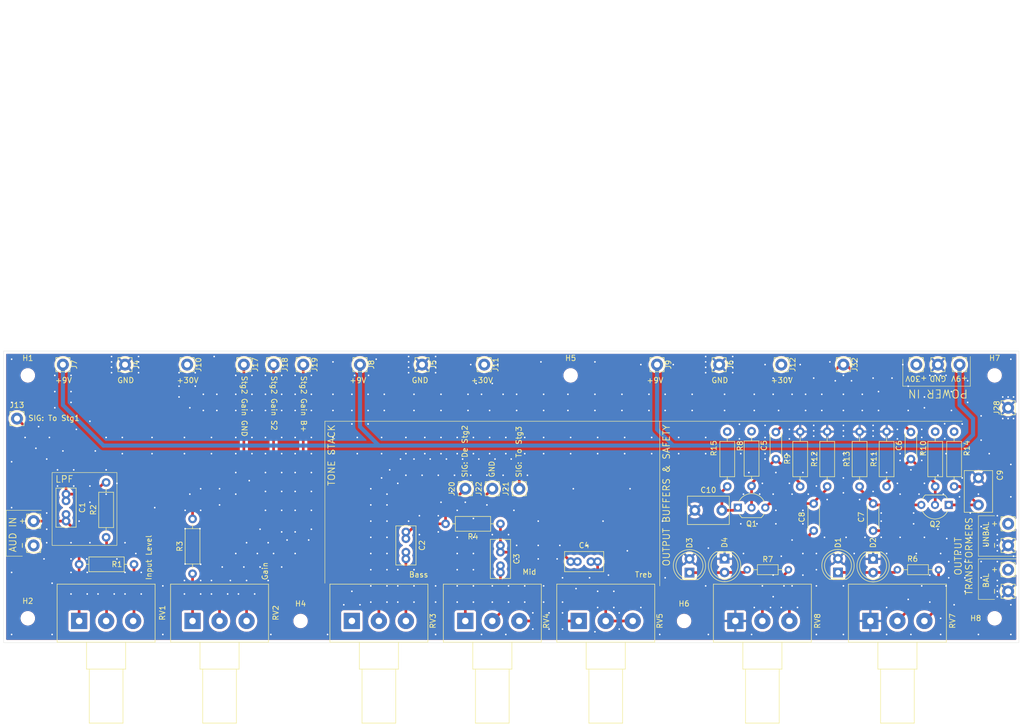
<source format=kicad_pcb>
(kicad_pcb (version 20241229) (generator "pcbnew") (generator_version "9.0")
  (title_block (title "Block: Front Panel Board") (rev "v0.1") (comment 1 "All of the front panel circuitry"))
  (layers (0 "F.Cu" signal) (4 "In1.Cu" signal) (6 "In2.Cu" signal) (8 "In3.Cu" signal) (10 "In4.Cu" signal) (2 "B.Cu" signal) (13 "F.Paste" user) (15 "B.Paste" user) (5 "F.SilkS" user "F.Silkscreen") (7 "B.SilkS" user "B.Silkscreen") (1 "F.Mask" user) (3 "B.Mask" user) (25 "Edge.Cuts" user))
  (net 0 "")
  (net 1 "Net-(R2-Pad1)")
  (net 2 "Net-(C4-Pad2)")
  (net 3 "Net-(Q1-G)")
  (net 4 "Net-(J32-Pin_1)")
  (net 5 "Net-(Q2-G)")
  (net 6 "Net-(Q1-S)")
  (net 7 "Net-(Q2-S)")
  (net 8 "Net-(J13-Pin_1)")
  (net 9 "Net-(J19-Pin_1)")
  (net 10 "+30V")
  (net 11 "+9V")
  (net 12 "GND")
  (net 13 "Net-(R3-Pad1)")
  (net 14 "/Bal_2_Transformer")
  (net 15 "Net-(D1-K)")
  (net 16 "Net-(C7-Pad1)")
  (net 17 "Net-(D3-K)")
  (net 18 "Net-(Q2-D)")
  (net 19 "Net-(J20-Pin_1)")
  (net 20 "Net-(J22-Pin_1)")
  (net 21 "Net-(C8-Pad1)")
  (net 22 "Net-(J16-Pin_1)")
  (net 23 "Net-(C2-Pad2)")
  (net 24 "Net-(C3-Pad1)")
  (net 25 "Net-(C3-Pad2)")
  (net 26 "Net-(Q1-D)")
  (net 27 "Net-(J14-Pin_1)")
  (net 28 "Net-(J17-Pin_1)")
  (net 29 "Net-(J18-Pin_1)")
  (net 30 "Net-(J21-Pin_1)")
  (net 31 "/Unbal_2_transformer")
  (net 32 "Net-(RV4-Pad3)")
  (footprint "Resistor_THT:R_Axial_DIN0207_L6.3mm_D2.5mm_P10.16mm_Horizontal" (layer "F.Cu") (at 192.5 105.92 -90)
    (property "Reference" "R10")
    (property "Value" "4M")
  )
  (footprint "Capacitor_THT:C_Disc_D4.3mm_W1.9mm_P5.00mm" (layer "F.Cu") (at 163 111 90)
    (property "Reference" "C5")
    (property "Value" "100nF")
  )
  (footprint "LED_THT:LED_D5.0mm_Clear" (layer "F.Cu") (at 153.5 129.46 -90)
    (property "Reference" "D4")
    (property "Value" "LED")
  )
  (footprint "LED_THT:LED_D5.0mm_Clear" (layer "F.Cu") (at 181 129.5 -90)
    (property "Reference" "D2")
    (property "Value" "LED")
  )
  (footprint "MountingHole:MountingHole_2.2mm_M2" (layer "F.Cu") (at 24.5 95.5)
    (property "Reference" "H1")
    (property "Value" "MountingHole")
  )
  (footprint "LED_THT:LED_D5.0mm_Clear" (layer "F.Cu") (at 174.5 132 90)
    (property "Reference" "D1")
    (property "Value" "LED")
  )
  (footprint "Connector_Pin:Pin_D1.1mm_L8.5mm_W2.5mm_FlatFork" (layer "F.Cu") (at 164 93.5 90)
    (property "Reference" "J12")
    (property "Value" "Pwr +30V Out")
  )
  (footprint "Connector_Pin:Pin_D1.1mm_L8.5mm_W2.5mm_FlatFork" (layer "F.Cu") (at 206 127 90)
    (property "Reference" "J29" (hide yes))
    (property "Value" "Unbal_Vol_gnd")
  )
  (footprint "Resistor_THT:R_Axial_DIN0207_L6.3mm_D2.5mm_P10.16mm_Horizontal" (layer "F.Cu") (at 154 105.92 -90)
    (property "Reference" "R15")
    (property "Value" "100R")
  )
  (footprint "Connector_Pin:Pin_D1.1mm_L8.5mm_W2.5mm_FlatFork" (layer "F.Cu") (at 97.5 93.5 90)
    (property "Reference" "J5")
    (property "Value" "Pwr GND Out")
  )
  (footprint "Resistor_THT:R_Axial_DIN0207_L6.3mm_D2.5mm_P10.16mm_Horizontal" (layer "F.Cu") (at 172.5 116.08 90)
    (property "Reference" "R12")
    (property "Value" "5.1k")
  )
  (footprint "Potentiometer_THT:Potentiometer_Alps_RK163_Single_Horizontal" (layer "F.Cu") (at 84.5 141 90)
    (property "Reference" "RV3")
    (property "Value" "B250k")
  )
  (footprint "Connector_Pin:Pin_D1.1mm_L8.5mm_W2.5mm_FlatFork" (layer "F.Cu") (at 141 93.5 90)
    (property "Reference" "J9")
    (property "Value" "Pwr +9V Out")
  )
  (footprint "Connector_Pin:Pin_D1.1mm_L8.5mm_W2.5mm_FlatFork" (layer "F.Cu") (at 109 93.5 90)
    (property "Reference" "J11")
    (property "Value" "Pwr +30V Out")
  )
  (footprint "Connector_Pin:Pin_D1.1mm_L8.5mm_W2.5mm_FlatFork" (layer "F.Cu") (at 31 93.5 90)
    (property "Reference" "J7")
    (property "Value" "Pwr +9V Out")
  )
  (footprint "Potentiometer_THT:Potentiometer_Alps_RK163_Single_Horizontal" (layer "F.Cu") (at 55 141 90)
    (property "Reference" "RV2")
    (property "Value" "B250k")
  )
  (footprint "Connector_Pin:Pin_D1.1mm_L8.5mm_W2.5mm_FlatFork" (layer "F.Cu") (at 206 123 90)
    (property "Reference" "J30" (hide yes))
    (property "Value" "Unbal_vol_to_xformr")
  )
  (footprint "Potentiometer_THT:Potentiometer_Alps_RK163_Single_Horizontal" (layer "F.Cu") (at 105.5 141 90)
    (property "Reference" "RV4")
    (property "Value" "B20k")
  )
  (footprint "Connector_Pin:Pin_D1.1mm_L8.5mm_W2.5mm_FlatFork" (layer "F.Cu") (at 70 93.5 90)
    (property "Reference" "J18")
    (property "Value" "Stg2_pent_S2")
  )
  (footprint "Resistor_THT:R_Axial_DIN0207_L6.3mm_D2.5mm_P10.16mm_Horizontal" (layer "F.Cu") (at 112 123 180)
    (property "Reference" "R4")
    (property "Value" "R")
  )
  (footprint "Resistor_THT:R_Axial_DIN0207_L6.3mm_D2.5mm_P10.16mm_Horizontal" (layer "F.Cu") (at 55 132.25 90)
    (property "Reference" "R3")
    (property "Value" "47k" (hide yes))
  )
  (footprint "Connector_Pin:Pin_D1.1mm_L8.5mm_W2.5mm_FlatFork" (layer "F.Cu") (at 64.5 93.5 90)
    (property "Reference" "J17")
    (property "Value" "Stg2_pent_gnd")
  )
  (footprint "Resistor_THT:R_Axial_DIN0204_L3.6mm_D1.6mm_P7.62mm_Horizontal" (layer "F.Cu") (at 157.69 131.5)
    (property "Reference" "R7")
    (property "Value" "360R")
  )
  (footprint "MountingHole:MountingHole_2.2mm_M2" (layer "F.Cu") (at 203.5 95.5)
    (property "Reference" "H7")
    (property "Value" "MountingHole")
  )
  (footprint "Connector_Pin:Pin_D1.1mm_L8.5mm_W2.5mm_FlatFork" (layer "F.Cu") (at 54 93.5 90)
    (property "Reference" "J10")
    (property "Value" "Pwr +30V Out")
  )
  (footprint "Connector_Pin:Pin_D1.1mm_L8.5mm_W2.5mm_FlatFork" (layer "F.Cu") (at 75.5 93.5 90)
    (property "Reference" "J19")
    (property "Value" "Stg2_pent_pwr")
  )
  (footprint "Capacitor_THT:C_Rect_L7.0mm_W3.5mm_P2.50mm_P5.00mm" (layer "F.Cu") (at 94.5 124.5 -90)
    (property "Reference" "C2")
    (property "Value" "C")
  )
  (footprint "Connector_Pin:Pin_D1.1mm_L8.5mm_W2.5mm_FlatFork" (layer "F.Cu") (at 110.5 116.5 90)
    (property "Reference" "J22")
    (property "Value" "sig_gnd")
  )
  (footprint "Connector_Pin:Pin_D1.1mm_L8.5mm_W2.5mm_FlatFork" (layer "F.Cu") (at 86 93.5 90)
    (property "Reference" "J8")
    (property "Value" "Pwr +9V Out")
  )
  (footprint "Package_TO_SOT_THT:TO-92_Inline_Wide" (layer "F.Cu") (at 155.96 120)
    (property "Reference" "Q1")
    (property "Value" "LSK170")
  )
  (footprint "Connector_Pin:Pin_D1.1mm_L8.5mm_W2.5mm_FlatFork" (layer "F.Cu") (at 42.5 93.5 90)
    (property "Reference" "J4")
    (property "Value" "Pwr GND Out")
  )
  (footprint "MountingHole:MountingHole_2.2mm_M2" (layer "F.Cu") (at 146 141)
    (property "Reference" "H6")
    (property "Value" "MountingHole")
  )
  (footprint "Package_TO_SOT_THT:TO-92_Inline_Wide" (layer "F.Cu") (at 195 119.5 180)
    (property "Reference" "Q2")
    (property "Value" "LSK170")
  )
  (footprint "Potentiometer_THT:Potentiometer_Alps_RK163_Single_Horizontal" (layer "F.Cu") (at 180.5 141 90)
    (property "Reference" "RV7")
    (property "Value" "B100k")
  )
  (footprint "Potentiometer_THT:Potentiometer_Alps_RK163_Single_Horizontal" (layer "F.Cu") (at 126.5 141 90)
    (property "Reference" "RV5")
    (property "Value" "A1M")
  )
  (footprint "Connector_Pin:Pin_D1.1mm_L8.5mm_W2.5mm_FlatFork" (layer "F.Cu") (at 25.58 122.5)
    (property "Reference" "J16" (hide yes))
    (property "Value" "Gnd_in_phono")
  )
  (footprint "Capacitor_THT:C_Disc_D7.5mm_W5.0mm_P5.00mm" (layer "F.Cu") (at 200.5 114.5 -90)
    (property "Reference" "C9")
    (property "Value" "1000nF")
  )
  (footprint "Capacitor_THT:C_Disc_D7.5mm_W5.0mm_P5.00mm" (layer "F.Cu") (at 148 120.5)
    (property "Reference" "C10")
    (property "Value" "1000nF")
  )
  (footprint "MountingHole:MountingHole_2.2mm_M2" (layer "F.Cu") (at 24.5 140.5)
    (property "Reference" "H2")
    (property "Value" "MountingHole")
  )
  (footprint "MountingHole:MountingHole_2.2mm_M2" (layer "F.Cu") (at 125 95.5)
    (property "Reference" "H5")
    (property "Value" "MountingHole")
  )
  (footprint "Resistor_THT:R_Axial_DIN0207_L6.3mm_D2.5mm_P10.16mm_Horizontal" (layer "F.Cu") (at 183.5 116.08 90)
    (property "Reference" "R11")
    (property "Value" "4M")
  )
  (footprint "Capacitor_THT:C_Disc_D4.3mm_W1.9mm_P5.00mm" (layer "F.Cu") (at 181 124.26 90)
    (property "Reference" "C7")
    (property "Value" "100nF")
  )
  (footprint "Potentiometer_THT:Potentiometer_Alps_RK163_Single_Horizontal" (layer "F.Cu") (at 155.5 141 90)
    (property "Reference" "RV8")
    (property "Value" "B100k")
  )
  (footprint "Connector_Pin:Pin_D1.1mm_L8.5mm_W2.5mm_FlatFork" (layer "F.Cu") (at 189 93.5 180)
    (property "Reference" "J3" (hide yes))
    (property "Value" "Pwr +30V In")
  )
  (footprint "Potentiometer_THT:Potentiometer_Alps_RK163_Single_Horizontal" (layer "F.Cu") (at 34 141 90)
    (property "Reference" "RV1")
    (property "Value" "B1M")
  )
  (footprint "MountingHole:MountingHole_2.2mm_M2" (layer "F.Cu") (at 75 141)
    (property "Reference" "H4")
    (property "Value" "MountingHole")
  )
  (footprint "Connector_Pin:Pin_D1.1mm_L8.5mm_W2.5mm_FlatFork" (layer "F.Cu") (at 206 131.5 90)
    (property "Reference" "J27" (hide yes))
    (property "Value" "Bal_vol_to_xformr")
  )
  (footprint "Resistor_THT:R_Axial_DIN0207_L6.3mm_D2.5mm_P10.16mm_Horizontal" (layer "F.Cu") (at 158.5 105.84 -90)
    (property "Reference" "R8")
    (property "Value" "4M")
  )
  (footprint "Resistor_THT:R_Axial_DIN0204_L3.6mm_D1.6mm_P7.62mm_Horizontal" (layer "F.Cu") (at 185.5 131.5)
    (property "Reference" "R6")
    (property "Value" "360R")
  )
  (footprint "Resistor_THT:R_Axial_DIN0207_L6.3mm_D2.5mm_P10.16mm_Horizontal" (layer "F.Cu") (at 196 105.92 -90)
    (property "Reference" "R14")
    (property "Value" "100R")
  )
  (footprint "Connector_Pin:Pin_D1.1mm_L8.5mm_W2.5mm_FlatFork" (layer "F.Cu") (at 105.5 116.5 90)
    (property "Reference" "J20")
    (property "Value" "Sig_de_Stg2")
  )
  (footprint "MountingHole:MountingHole_2.2mm_M2" (layer "F.Cu") (at 203.5 140.5)
    (property "Reference" "H8")
    (property "Value" "MountingHole")
  )
  (footprint "LED_THT:LED_D5.0mm_Clear" (layer "F.Cu") (at 147 132.04 90)
    (property "Reference" "D3")
    (property "Value" "LED")
  )
  (footprint "Resistor_THT:R_Axial_DIN0207_L6.3mm_D2.5mm_P10.16mm_Horizontal" (layer "F.Cu") (at 167.5 116.08 90)
    (property "Reference" "R9")
    (property "Value" "4M")
  )
  (footprint "Connector_Pin:Pin_D1.1mm_L8.5mm_W2.5mm_FlatFork" (layer "F.Cu") (at 175.5 93.5 90)
    (property "Reference" "J32")
    (property "Value" "Sig_from_Stg3")
  )
  (footprint "Capacitor_THT:C_Disc_D4.3mm_W1.9mm_P5.00mm" (layer "F.Cu") (at 170 124.26 90)
    (property "Reference" "C8")
    (property "Value" "100nF")
  )
  (footprint "Resistor_THT:R_Axial_DIN0207_L6.3mm_D2.5mm_P10.16mm_Horizontal" (layer "F.Cu") (at 39 125.5 90)
    (property "Reference" "R2")
    (property "Value" "100R")
  )
  (footprint "Capacitor_THT:C_Rect_L7.0mm_W3.5mm_P2.50mm_P5.00mm" (layer "F.Cu") (at 112 127 -90)
    (property "Reference" "C3")
    (property "Value" "C")
  )
  (footprint "Connector_Pin:Pin_D1.1mm_L8.5mm_W2.5mm_FlatFork" (layer "F.Cu") (at 193 93.5 180)
    (property "Reference" "J1" (hide yes))
    (property "Value" "Pwr GND In")
  )
  (footprint "Connector_Pin:Pin_D1.1mm_L8.5mm_W2.5mm_FlatFork" (layer "F.Cu") (at 152.5 93.5 90)
    (property "Reference" "J6")
    (property "Value" "Pwr GND Out")
  )
  (footprint "Connector_Pin:Pin_D1.1mm_L8.5mm_W2.5mm_FlatFork" (layer "F.Cu") (at 25.58 127)
    (property "Reference" "J14" (hide yes))
    (property "Value" "Sig_in_phono")
  )
  (footprint "Resistor_THT:R_Axial_DIN0207_L6.3mm_D2.5mm_P10.16mm_Horizontal" (layer "F.Cu") (at 178.5 116.08 90)
    (property "Reference" "R13")
    (property "Value" "5.1k")
  )
  (footprint "Capacitor_THT:C_Disc_D4.3mm_W1.9mm_P5.00mm" (layer "F.Cu") (at 188 111 90)
    (property "Reference" "C6")
    (property "Value" "100nF")
  )
  (footprint "Connector_Pin:Pin_D1.1mm_L8.5mm_W2.5mm_FlatFork" (layer "F.Cu") (at 197 93.5 180)
    (property "Reference" "J2" (hide yes))
    (property "Value" "Pwr +9V In")
  )
  (footprint "Capacitor_THT:C_Rect_L7.0mm_W3.5mm_P2.50mm_P5.00mm" (layer "F.Cu") (at 125 130)
    (property "Reference" "C4")
    (property "Value" "C")
  )
  (footprint "Connector_Pin:Pin_D1.1mm_L8.5mm_W2.5mm_FlatFork" (layer "F.Cu") (at 115.5 116.5 90)
    (property "Reference" "J21")
    (property "Value" "Sig_to_Stg3")
  )
  (footprint "Capacitor_THT:C_Rect_L7.0mm_W3.5mm_P2.50mm_P5.00mm" (layer "F.Cu") (at 31.58 117.5 -90)
    (property "Reference" "C1")
    (property "Value" "68pF")
  )
  (footprint "Connector_Pin:Pin_D1.1mm_L8.5mm_W2.5mm_FlatFork" (layer "F.Cu") (at 22.5 103.5 90)
    (property "Reference" "J13")
    (property "Value" "Sig_to_Stg1")
  )
  (footprint "Connector_Pin:Pin_D1.1mm_L8.5mm_W2.5mm_FlatFork" (layer "F.Cu") (at 206 135.5 90)
    (property "Reference" "J26" (hide yes))
    (property "Value" "Bal_Vol_gnd")
  )
  (footprint "Connector_Pin:Pin_D1.1mm_L8.5mm_W2.5mm_FlatFork" (layer "F.Cu") (at 206 101.5 -90)
    (property "Reference" "J28")
    (property "Value" "Vol_gnd")
  )
  (footprint "Resistor_THT:R_Axial_DIN0207_L6.3mm_D2.5mm_P10.16mm_Horizontal" (layer "F.Cu") (at 34 130.5)
    (property "Reference" "R1")
    (property "Value" "1M")
  )
  (gr_line (start 79.5 134) (end 79.5 104) (stroke (width 0.1)) (layer "F.SilkS"))
  (gr_line (start 207.5 129.5) (end 200.5 129.5) (stroke (width 0.1)) (layer "F.SilkS"))
  (gr_line (start 200.5 129) (end 200.5 121.5) (stroke (width 0.1)) (layer "F.SilkS"))
  (gr_line (start 27 120.5) (end 20.5 120.5) (stroke (width 0.1)) (layer "F.SilkS"))
  (gr_line (start 141.5 104) (end 79.5 104) (stroke (width 0.1)) (layer "F.SilkS"))
  (gr_line (start 141.5 104) (end 197.5 104) (stroke (width 0.1)) (layer "F.SilkS"))
  (gr_line (start 199 97.5) (end 199 92) (stroke (width 0.1)) (layer "F.SilkS"))
  (gr_line (start 200.5 121.5) (end 203.5 121.5) (stroke (width 0.1)) (layer "F.SilkS"))
  (gr_line (start 186.5 97.5) (end 199 97.5) (stroke (width 0.1)) (layer "F.SilkS"))
  (gr_line (start 20.5 120.5) (end 20.5 129) (stroke (width 0.1)) (layer "F.SilkS"))
  (gr_line (start 200.5 129.5) (end 200.5 137) (stroke (width 0.1)) (layer "F.SilkS"))
  (gr_line (start 20.5 129) (end 23.5 129) (stroke (width 0.1)) (layer "F.SilkS"))
  (gr_line (start 207.5 129) (end 200.5 129) (stroke (width 0.1)) (layer "F.SilkS"))
  (gr_line (start 200.5 137) (end 203.5 137) (stroke (width 0.1)) (layer "F.SilkS"))
  (gr_line (start 186.5 92.5) (end 186.5 97.5) (stroke (width 0.1)) (layer "F.SilkS"))
  (gr_rect (start 29 113.5) (end 41 127) (stroke (width 0.1)) (fill no) (layer "F.SilkS"))
  (gr_line (start 141.5 134.5) (end 141.5 104) (stroke (width 0.1)) (layer "F.SilkS"))
  (gr_rect (start 20 91) (end 208 145) (stroke (width 0.05)) (fill no) (layer "Edge.Cuts"))
  (gr_text "BAL" (at 202.5 133.5 90) (layer "F.SilkS") (effects (font (size 1 1)) (justify bottom)))
  (gr_text "+30V" (at 162 97 0) (layer "F.SilkS") (effects (font (size 1 1)) (justify left bottom)))
  (gr_text "SIG: To Stg3" (at 116 114.5 90) (layer "F.SilkS") (effects (font (size 1 1)) (justify left bottom)))
  (gr_text "+30V" (at 52 97 0) (layer "F.SilkS") (effects (font (size 1 1)) (justify left bottom)))
  (gr_text "Stg2 Gain B+" (at 75 95.5 270) (layer "F.SilkS") (effects (font (size 1 1)) (justify left bottom)))
  (gr_text "+9V" (at 84 97 0) (layer "F.SilkS") (effects (font (size 1 1)) (justify left bottom)))
  (gr_text "GND" (at 111 114.5 90) (layer "F.SilkS") (effects (font (size 1 1)) (justify left bottom)))
  (gr_text "Bass" (at 95 133 0) (layer "F.SilkS") (effects (font (size 1 1)) (justify left bottom)))
  (gr_text "+9V" (at 29.5 97 0) (layer "F.SilkS") (effects (font (size 1 1)) (justify left bottom)))
  (gr_text "OUTPUT\nTRANSFORMERS" (at 199.5 129 90) (layer "F.SilkS") (effects (font (size 1.25 1.25)) (justify bottom)))
  (gr_text "LPF" (at 29.5 114 0) (layer "F.SilkS") (effects (font (size 1.25 1.25)) (justify left top)))
  (gr_text "GND" (at 95.5 97 0) (layer "F.SilkS") (effects (font (size 1 1)) (justify left bottom)))
  (gr_text "+" (at 24 122.5 90) (layer "F.SilkS") (effects (font (size 1 1)) (justify bottom)))
  (gr_text "+30V" (at 189 95.5 180) (layer "F.SilkS") (effects (font (size 1 1)) (justify bottom)))
  (gr_text "SIG: De Stg2" (at 106 114.5 90) (layer "F.SilkS") (effects (font (size 1 1)) (justify left bottom)))
  (gr_text "UNBAL" (at 202.5 125 90) (layer "F.SilkS") (effects (font (size 1 1)) (justify bottom)))
  (gr_text "+9V" (at 139 97 0) (layer "F.SilkS") (effects (font (size 1 1)) (justify left bottom)))
  (gr_text "+" (at 204 123 90) (layer "F.SilkS") (effects (font (size 1 1)) (justify bottom)))
  (gr_text "GND" (at 41 97 0) (layer "F.SilkS") (effects (font (size 1 1)) (justify left bottom)))
  (gr_text "Stg2 Gain GND" (at 64 95.5 270) (layer "F.SilkS") (effects (font (size 1 1)) (justify left bottom)))
  (gr_text "+9V" (at 197 95.5 180) (layer "F.SilkS") (effects (font (size 1 1)) (justify bottom)))
  (gr_text "GND" (at 151 97 0) (layer "F.SilkS") (effects (font (size 1 1)) (justify left bottom)))
  (gr_text "POWER IN" (at 193 98 180) (layer "F.SilkS") (effects (font (size 1.5 1.5)) (justify bottom)))
  (gr_text "GND" (at 193 95.5 180) (layer "F.SilkS") (effects (font (size 1 1)) (justify bottom)))
  (gr_text "Mid" (at 116 132.5 0) (layer "F.SilkS") (effects (font (size 1 1)) (justify left bottom)))
  (gr_text "Treb" (at 138.5 133 0) (layer "F.SilkS") (effects (font (size 1 1)) (justify bottom)))
  (gr_text "SIG: To Stg1" (at 24.5 104 0) (layer "F.SilkS") (effects (font (size 1 1)) (justify left bottom)))
  (gr_text "+" (at 204 131.5 90) (layer "F.SilkS") (effects (font (size 1 1)) (justify bottom)))
  (gr_text "TONE STACK" (at 80 104.5 90) (layer "F.SilkS") (effects (font (size 1.25 1.25)) (justify right top)))
  (gr_text "+30V" (at 106.5 97 0) (layer "F.SilkS") (effects (font (size 1 1)) (justify left bottom)))
  (gr_text "OUTPUT BUFFERS & SAFETY" (at 142 104.5 90) (layer "F.SilkS") (effects (font (size 1.25 1.25)) (justify right top)))
  (gr_text "AUD IN" (at 21 125 90) (layer "F.SilkS") (effects (font (size 1.25 1.25)) (justify top)))
  (gr_text "-" (at 204 127 90) (layer "F.SilkS") (effects (font (size 1 1)) (justify bottom)))
  (gr_text "Gain" (at 69 133.5 90) (layer "F.SilkS") (effects (font (size 1 1)) (justify left bottom)))
  (gr_text "Input Level" (at 47.5 133.5 90) (layer "F.SilkS") (effects (font (size 1 1)) (justify left bottom)))
  (gr_text "Stg2 Gain S2" (at 69.5 95.5 270) (layer "F.SilkS") (effects (font (size 1 1)) (justify left bottom)))
  (gr_text "-" (at 204 135.5 90) (layer "F.SilkS") (effects (font (size 1 1)) (justify bottom)))
  (gr_text "-" (at 24 127 90) (layer "F.SilkS") (effects (font (size 1 1)) (justify bottom)))
  (segment (start 39.08 125.08) (end 39.08 141) (width 0.5) (layer "F.Cu") (net 1))
  (segment (start 130 132.632786) (end 130 130) (width 0.5) (layer "F.Cu") (net 2))
  (segment (start 131.5 134.132786) (end 130 132.632786) (width 0.5) (layer "F.Cu") (net 2))
  (segment (start 131.5 141) (end 131.5 134.132786) (width 0.5) (layer "F.Cu") (net 2))
  (segment (start 136.5 141) (end 131.5 141) (width 0.5) (layer "F.Cu") (net 2))
  (segment (start 158.5 119.22) (end 158.5 116) (width 0.5) (layer "F.Cu") (net 3))
  (segment (start 158.5 115.5) (end 163 111) (width 0.5) (layer "F.Cu") (net 3))
  (segment (start 167.5 115.5) (end 163 111) (width 0.5) (layer "F.Cu") (net 3))
  (segment (start 181.5 103.5) (end 180.5 102.5) (width 0.5) (layer "F.Cu") (net 4))
  (segment (start 180.5 98) (end 176 93.5) (width 0.5) (layer "F.Cu") (net 4))
  (segment (start 170 98.5) (end 175 93.5) (width 0.5) (layer "F.Cu") (net 4))
  (segment (start 163 106) (end 165.5 103.5) (width 0.5) (layer "F.Cu") (net 4))
  (segment (start 185.5 103.5) (end 181.5 103.5) (width 0.5) (layer "F.Cu") (net 4))
  (segment (start 169 103.5) (end 170 102.5) (width 0.5) (layer "F.Cu") (net 4))
  (segment (start 165.5 103.5) (end 169 103.5) (width 0.5) (layer "F.Cu") (net 4))
  (segment (start 188 106) (end 185.5 103.5) (width 0.5) (layer "F.Cu") (net 4))
  (segment (start 170 102.5) (end 170 98.5) (width 0.5) (layer "F.Cu") (net 4))
  (segment (start 180.5 102.5) (end 180.5 98) (width 0.5) (layer "F.Cu") (net 4))
  (segment (start 183.5 115.5) (end 188 111) (width 0.5) (layer "F.Cu") (net 5))
  (segment (start 192.5 119.72) (end 192.5 116.08) (width 0.5) (layer "F.Cu") (net 5))
  (segment (start 192.5 115.5) (end 188 111) (width 0.5) (layer "F.Cu") (net 5))
  (segment (start 170 119.26) (end 161.78 119.26) (width 0.5) (layer "F.Cu") (net 6))
  (segment (start 161.78 119.26) (end 161.04 120) (width 0.5) (layer "F.Cu") (net 6))
  (segment (start 172.5 116.5) (end 170 119) (width 0.5) (layer "F.Cu") (net 6))
  (segment (start 189.92 119.5) (end 181.24 119.5) (width 0.5) (layer "F.Cu") (net 7))
  (segment (start 178.5 116.5) (end 181 119) (width 0.5) (layer "F.Cu") (net 7))
  (segment (start 31.58 117.5) (end 31.58 112.58) (width 0.5) (layer "F.Cu") (net 8))
  (segment (start 31.58 112.58) (end 22.5 103.5) (width 0.5) (layer "F.Cu") (net 8))
  (segment (start 31.58 117.5) (end 36.5 117.5) (width 0.5) (layer "F.Cu") (net 8))
  (segment (start 36.5 117.5) (end 39.08 114.92) (width 0.5) (layer "F.Cu") (net 8))
  (segment (start 75.5 125) (end 75.5 93.5) (width 0.5) (layer "F.Cu") (net 9))
  (segment (start 65 141) (end 65 135.5) (width 0.5) (layer "F.Cu") (net 9))
  (segment (start 65 135.5) (end 75.5 125) (width 0.5) (layer "F.Cu") (net 9))
  (segment (start 197.5 108.5) (end 199.5 106.5) (width 0.75) (layer "B.Cu") (net 11))
  (segment (start 89.5 108.5) (end 86 105) (width 0.75) (layer "B.Cu") (net 11))
  (segment (start 38.5 108.5) (end 31 101) (width 0.75) (layer "B.Cu") (net 11))
  (segment (start 144 108.5) (end 147 108.5) (width 0.75) (layer "B.Cu") (net 11))
  (segment (start 86 105) (end 86 93.5) (width 0.75) (layer "B.Cu") (net 11))
  (segment (start 197 101) (end 197 93.5) (width 0.75) (layer "B.Cu") (net 11))
  (segment (start 31 101) (end 31 93.5) (width 0.75) (layer "B.Cu") (net 11))
  (segment (start 147 108.5) (end 197.5 108.5) (width 0.75) (layer "B.Cu") (net 11))
  (segment (start 141 93.5) (end 141 105.5) (width 0.75) (layer "B.Cu") (net 11))
  (segment (start 199.5 103.5) (end 197 101) (width 0.75) (layer "B.Cu") (net 11))
  (segment (start 199.5 106.5) (end 199.5 103.5) (width 0.75) (layer "B.Cu") (net 11))
  (segment (start 141 105.5) (end 144 108.5) (width 0.75) (layer "B.Cu") (net 11))
  (segment (start 147 108.5) (end 38.5 108.5) (width 0.75) (layer "B.Cu") (net 11))
  (via (at 162 138.5) (size 0.7) (drill 0.3) (layers "F.Cu" "B.Cu") (net 12))
  (via (at 41 129.5) (size 0.7) (drill 0.3) (layers "F.Cu" "B.Cu") (net 12))
  (via (at 100 92) (size 0.7) (drill 0.3) (layers "F.Cu" "B.Cu") (net 12))
  (via (at 33 113) (size 0.7) (drill 0.3) (layers "F.Cu" "B.Cu") (net 12))
  (via (at 101 110) (size 0.7) (drill 0.3) (layers "F.Cu" "B.Cu") (net 12))
  (via (at 170 96) (size 0.7) (drill 0.3) (layers "F.Cu" "B.Cu") (net 12))
  (via (at 174 96.5) (size 0.7) (drill 0.3) (layers "F.Cu" "B.Cu") (net 12))
  (via (at 96 137.5) (size 0.7) (drill 0.3) (layers "F.Cu" "B.Cu") (net 12))
  (via (at 195.5 98.5) (size 0.7) (drill 0.3) (layers "F.Cu" "B.Cu") (net 12))
  (via (at 77 124) (size 0.7) (drill 0.3) (layers "F.Cu" "B.Cu") (net 12))
  (via (at 150 134.5) (size 0.7) (drill 0.3) (layers "F.Cu" "B.Cu") (net 12))
  (via (at 161 104.76) (size 0.7) (drill 0.3) (layers "F.Cu" "B.Cu") (net 12))
  (via (at 96 99) (size 0.7) (drill 0.3) (layers "F.Cu" "B.Cu") (net 12))
  (via (at 100.5 114) (size 0.7) (drill 0.3) (layers "F.Cu" "B.Cu") (net 12))
  (via (at 104 134.5) (size 0.7) (drill 0.3) (layers "F.Cu" "B.Cu") (net 12))
  (via (at 206 99.5) (size 0.7) (drill 0.3) (layers "F.Cu" "B.Cu") (net 12))
  (via (at 144 93.5) (size 0.7) (drill 0.3) (layers "F.Cu" "B.Cu") (net 12))
  (via (at 63.5 136) (size 0.7) (drill 0.3) (layers "F.Cu" "B.Cu") (net 12))
  (via (at 107 128.5) (size 0.7) (drill 0.3) (layers "F.Cu" "B.Cu") (net 12))
  (via (at 37.5 136) (size 0.7) (drill 0.3) (layers "F.Cu" "B.Cu") (net 12))
  (via (at 68.5 117) (size 0.7) (drill 0.3) (layers "F.Cu" "B.Cu") (net 12))
  (via (at 139.5 102) (size 0.7) (drill 0.3) (layers "F.Cu" "B.Cu") (net 12))
  (via (at 88 119.5) (size 0.7) (drill 0.3) (layers "F.Cu" "B.Cu") (net 12))
  (via (at 185.5 105.5) (size 0.7) (drill 0.3) (layers "F.Cu" "B.Cu") (net 12))
  (via (at 56.5 136) (size 0.7) (drill 0.3) (layers "F.Cu" "B.Cu") (net 12))
  (via (at 197 118) (size 0.7) (drill 0.3) (layers "F.Cu" "B.Cu") (net 12))
  (via (at 74 102) (size 0.7) (drill 0.3) (layers "F.Cu" "B.Cu") (net 12))
  (via (at 98 110) (size 0.7) (drill 0.3) (layers "F.Cu" "B.Cu") (net 12))
  (via (at 64.5 131) (size 0.7) (drill 0.3) (layers "F.Cu" "B.Cu") (net 12))
  (via (at 93 115.5) (size 0.7) (drill 0.3) (layers "F.Cu" "B.Cu") (net 12))
  (via (at 115 102) (size 0.7) (drill 0.3) (layers "F.Cu" "B.Cu") (net 12))
  (via (at 181 96) (size 0.7) (drill 0.3) (layers "F.Cu" "B.Cu") (net 12))
  (via (at 150 93) (size 0.7) (drill 0.3) (layers "F.Cu" "B.Cu") (net 12))
  (via (at 119 129.5) (size 0.7) (drill 0.3) (layers "F.Cu" "B.Cu") (net 12))
  (via (at 168.5 102) (size 0.7) (drill 0.3) (layers "F.Cu" "B.Cu") (net 12))
  (via (at 91 122.5) (size 0.7) (drill 0.3) (layers "F.Cu" "B.Cu") (net 12))
  (via (at 32.5 132) (size 0.7) (drill 0.3) (layers "F.Cu" "B.Cu") (net 12))
  (via (at 54.5 101.5) (size 0.7) (drill 0.3) (layers "F.Cu" "B.Cu") (net 12))
  (via (at 198 135.5) (size 0.7) (drill 0.3) (layers "F.Cu" "B.Cu") (net 12))
  (via (at 159 138.5) (size 0.7) (drill 0.3) (layers "F.Cu" "B.Cu") (net 12))
  (via (at 182.5 122.5) (size 0.7) (drill 0.3) (layers "F.Cu" "B.Cu") (net 12))
  (via (at 26 109) (size 0.7) (drill 0.3) (layers "F.Cu" "B.Cu") (net 12))
  (via (at 29 143.5) (size 0.7) (drill 0.3) (layers "F.Cu" "B.Cu") (net 12))
  (via (at 28 121) (size 0.7) (drill 0.3) (layers "F.Cu" "B.Cu") (net 12))
  (via (at 139.5 99) (size 0.7) (drill 0.3) (layers "F.Cu" "B.Cu") (net 12))
  (via (at 57 99) (size 0.7) (drill 0.3) (layers "F.Cu" "B.Cu") (net 12))
  (via (at 47.5 107) (size 0.7) (drill 0.3) (layers "F.Cu" "B.Cu") (net 12))
  (via (at 54.5 117.5) (size 0.7) (drill 0.3) (layers "F.Cu" "B.Cu") (net 12))
  (via (at 87.5 102) (size 0.7) (drill 0.3) (layers "F.Cu" "B.Cu") (net 12))
  (via (at 194.27 107.2) (size 0.7) (drill 0.3) (layers "F.Cu" "B.Cu") (net 12))
  (via (at 80 143.5) (size 0.7) (drill 0.3) (layers "F.Cu" "B.Cu") (net 12))
  (via (at 71.5 117) (size 0.7) (drill 0.3) (layers "F.Cu" "B.Cu") (net 12))
  (via (at 136 116.5) (size 0.7) (drill 0.3) (layers "F.Cu" "B.Cu") (net 12))
  (via (at 29.5 98.5) (size 0.7) (drill 0.3) (layers "F.Cu" "B.Cu") (net 12))
  (via (at 104 137.5) (size 0.7) (drill 0.3) (layers "F.Cu" "B.Cu") (net 12))
  (via (at 170 106.76) (size 0.7) (drill 0.3) (layers "F.Cu" "B.Cu") (net 12))
  (via (at 120 99) (size 0.7) (drill 0.3) (layers "F.Cu" "B.Cu") (net 12))
  (via (at 172 125.5) (size 0.7) (drill 0.3) (layers "F.Cu" "B.Cu") (net 12))
  (via (at 53.63 123.9) (size 0.7) (drill 0.3) (layers "F.Cu" "B.Cu") (net 12))
  (via (at 105.5 119) (size 0.7) (drill 0.3) (layers "F.Cu" "B.Cu") (net 12))
  (via (at 165.5 107.26) (size 0.7) (drill 0.3) (layers "F.Cu" "B.Cu") (net 12))
  (via (at 32.5 95.5) (size 0.7) (drill 0.3) (layers "F.Cu" "B.Cu") (net 12))
  (via (at 28.5 107) (size 0.7) (drill 0.3) (layers "F.Cu" "B.Cu") (net 12))
  (via (at 186 111.26) (size 0.7) (drill 0.3) (layers "F.Cu" "B.Cu") (net 12))
  (via (at 204 121.5) (size 0.7) (drill 0.3) (layers "F.Cu" "B.Cu") (net 12))
  (via (at 181 106.76) (size 0.7) (drill 0.3) (layers "F.Cu" "B.Cu") (net 12))
  (via (at 84.5 102) (size 0.7) (drill 0.3) (layers "F.Cu" "B.Cu") (net 12))
  (via (at 155 93) (size 0.7) (drill 0.3) (layers "F.Cu" "B.Cu") (net 12))
  (via (at 57 102) (size 0.7) (drill 0.3) (layers "F.Cu" "B.Cu") (net 12))
  (via (at 30 116) (size 0.7) (drill 0.3) (layers "F.Cu" "B.Cu") (net 12))
  (via (at 71.5 124.5) (size 0.7) (drill 0.3) (layers "F.Cu" "B.Cu") (net 12))
  (via (at 110 110) (size 0.7) (drill 0.3) (layers "F.Cu" "B.Cu") (net 12))
  (via (at 66.5 136) (size 0.7) (drill 0.3) (layers "F.Cu" "B.Cu") (net 12))
  (via (at 67 128.5) (size 0.7) (drill 0.3) (layers "F.Cu" "B.Cu") (net 12))
  (via (at 28 111) (size 0.7) (drill 0.3) (layers "F.Cu" "B.Cu") (net 12))
  (via (at 106.5 114) (size 0.7) (drill 0.3) (layers "F.Cu" "B.Cu") (net 12))
  (via (at 161 111) (size 0.7) (drill 0.3) (layers "F.Cu" "B.Cu") (net 12))
  (via (at 190.5 99.5) (size 0.7) (drill 0.3) (layers "F.Cu" "B.Cu") (net 12))
  (via (at 194 117.5) (size 0.7) (drill 0.3) (layers "F.Cu" "B.Cu") (net 12))
  (via (at 42.5 126.5) (size 0.7) (drill 0.3) (layers "F.Cu" "B.Cu") (net 12))
  (via (at 191.5 95.5) (size 0.7) (drill 0.3) (layers "F.Cu" "B.Cu") (net 12))
  (via (at 104 131.5) (size 0.7) (drill 0.3) (layers "F.Cu" "B.Cu") (net 12))
  (via (at 88 116.5) (size 0.7) (drill 0.3) (layers "F.Cu" "B.Cu") (net 12))
  (via (at 107 137.5) (size 0.7) (drill 0.3) (layers "F.Cu" "B.Cu") (net 12))
  (via (at 81 93) (size 0.7) (drill 0.3) (layers "F.Cu" "B.Cu") (net 12))
  (via (at 161 93.5) (size 0.7) (drill 0.3) (layers "F.Cu" "B.Cu") (net 12))
  (via (at 165.5 96) (size 0.7) (drill 0.3) (layers "F.Cu" "B.Cu") (net 12))
  (via (at 76.5 126) (size 0.7) (drill 0.3) (layers "F.Cu" "B.Cu") (net 12))
  (via (at 42.5 136) (size 0.7) (drill 0.3) (layers "F.Cu" "B.Cu") (net 12))
  (via (at 32.5 98.5) (size 0.7) (drill 0.3) (layers "F.Cu" "B.Cu") (net 12))
  (via (at 69 133.5) (size 0.7) (drill 0.3) (layers "F.Cu" "B.Cu") (net 12))
  (via (at 66 99) (size 0.7) (drill 0.3) (layers "F.Cu" "B.Cu") (net 12))
  (via (at 175.5 105.76) (size 0.7) (drill 0.3) (layers "F.Cu" "B.Cu") (net 12))
  (via (at 202.5 110) (size 0.7) (drill 0.3) (layers "F.Cu" "B.Cu") (net 12))
  (via (at 101 99) (size 0.7) (drill 0.3) (layers "F.Cu" "B.Cu") (net 12))
  (via (at 167 138.5) (size 0.7) (drill 0.3) (layers "F.Cu" "B.Cu") (net 12))
  (via (at 52.5 99.5) (size 0.7) (drill 0.3) (layers "F.Cu" "B.Cu") (net 12))
  (via (at 93 137.5) (size 0.7) (drill 0.3) (layers "F.Cu" "B.Cu") (net 12))
  (via (at 58.5 110) (size 0.7) (drill 0.3) (layers "F.Cu" "B.Cu") (net 12))
  (via (at 155 94) (size 0.7) (drill 0.3) (layers "F.Cu" "B.Cu") (net 12))
  (via (at 116.5 107) (size 0.7) (drill 0.3) (layers "F.Cu" "B.Cu") (net 12))
  (via (at 150 95) (size 0.7) (drill 0.3) (layers "F.Cu" "B.Cu") (net 12))
  (via (at 53.5 136) (size 0.7) (drill 0.3) (layers "F.Cu" "B.Cu") (net 12))
  (via (at 74 95.5) (size 0.7) (drill 0.3) (layers "F.Cu" "B.Cu") (net 12))
  (via (at 187.5 137) (size 0.7) (drill 0.3) (layers "F.Cu" "B.Cu") (net 12))
  (via (at 111 111) (size 0.7) (drill 0.3) (layers "F.Cu" "B.Cu") (net 12))
  (via (at 53.5 133.5) (size 0.7) (drill 0.3) (layers "F.Cu" "B.Cu") (net 12))
  (via (at 113.5 137.5) (size 0.7) (drill 0.3) (layers "F.Cu" "B.Cu") (net 12))
  (via (at 49.5 134.5) (size 0.7) (drill 0.3) (layers "F.Cu" "B.Cu") (net 12))
  (via (at 186.5 93.5) (size 0.7) (drill 0.3) (layers "F.Cu" "B.Cu") (net 12))
  (via (at 81 110) (size 0.7) (drill 0.3) (layers "F.Cu" "B.Cu") (net 12))
  (via (at 147.5 99) (size 0.7) (drill 0.3) (layers "F.Cu" "B.Cu") (net 12))
  (via (at 34 122.5) (size 0.7) (drill 0.3) (layers "F.Cu" "B.Cu") (net 12))
  (via (at 125.5 116.5) (size 0.7) (drill 0.3) (layers "F.Cu" "B.Cu") (net 12))
  (via (at 83 138) (size 0.7) (drill 0.3) (layers "F.Cu" "B.Cu") (net 12))
  (via (at 37 109.5) (size 0.7) (drill 0.3) (layers "F.Cu" "B.Cu") (net 12))
  (via (at 45.5 136) (size 0.7) (drill 0.3) (layers "F.Cu" "B.Cu") (net 12))
  (via (at 107.5 97) (size 0.7) (drill 0.3) (layers "F.Cu" "B.Cu") (net 12))
  (via (at 68.5 113.5) (size 0.7) (drill 0.3) (layers "F.Cu" "B.Cu") (net 12))
  (via (at 77 110) (size 0.7) (drill 0.3) (layers "F.Cu" "B.Cu") (net 12))
  (via (at 107 110) (size 0.7) (drill 0.3) (layers "F.Cu" "B.Cu") (net 12))
  (via (at 36 104) (size 0.7) (drill 0.3) (layers "F.Cu" "B.Cu") (net 12))
  (via (at 90 110) (size 0.7) (drill 0.3) (layers "F.Cu" "B.Cu") (net 12))
  (via (at 193.5 140.5) (size 0.7) (drill 0.3) (layers "F.Cu" "B.Cu") (net 12))
  (via (at 93 134.5) (size 0.7) (drill 0.3) (layers "F.Cu" "B.Cu") (net 12))
  (via (at 162.5 117.5) (size 0.7) (drill 0.3) (layers "F.Cu" "B.Cu") (net 12))
  (via (at 71.5 120.5) (size 0.7) (drill 0.3) (layers "F.Cu" "B.Cu") (net 12))
  (via (at 117 114) (size 0.7) (drill 0.3) (layers "F.Cu" "B.Cu") (net 12))
  (via (at 125 110) (size 0.7) (drill 0.3) (layers "F.Cu" "B.Cu") (net 12))
  (via (at 138 93.5) (size 0.7) (drill 0.3) (layers "F.Cu" "B.Cu") (net 12))
  (via (at 182 98.5) (size 0.7) (drill 0.3) (layers "F.Cu" "B.Cu") (net 12))
  (via (at 71.5 107) (size 0.7) (drill 0.3) (layers "F.Cu" "B.Cu") (net 12))
  (via (at 21.5 100.5) (size 0.7) (drill 0.3) (layers "F.Cu" "B.Cu") (net 12))
  (via (at 99 111) (size 0.7) (drill 0.3) (layers "F.Cu" "B.Cu") (net 12))
  (via (at 111.5 93.5) (size 0.7) (drill 0.3) (layers "F.Cu" "B.Cu") (net 12))
  (via (at 160.5 115.5) (size 0.7) (drill 0.3) (layers "F.Cu" "B.Cu") (net 12))
  (via (at 88 125.5) (size 0.7) (drill 0.3) (layers "F.Cu" "B.Cu") (net 12))
  (via (at 194.633877 125.726547) (size 0.7) (drill 0.3) (layers "F.Cu" "B.Cu") (net 12))
  (via (at 110.5 134.5) (size 0.7) (drill 0.3) (layers "F.Cu" "B.Cu") (net 12))
  (via (at 123.5 137.5) (size 0.7) (drill 0.3) (layers "F.Cu" "B.Cu") (net 12))
  (via (at 70 128.5) (size 0.7) (drill 0.3) (layers "F.Cu" "B.Cu") (net 12))
  (via (at 97 121.5) (size 0.7) (drill 0.3) (layers "F.Cu" "B.Cu") (net 12))
  (via (at 104 125.5) (size 0.7) (drill 0.3) (layers "F.Cu" "B.Cu") (net 12))
  (via (at 142.5 133) (size 0.7) (drill 0.3) (layers "F.Cu" "B.Cu") (net 12))
  (via (at 194.5 110) (size 0.7) (drill 0.3) (layers "F.Cu" "B.Cu") (net 12))
  (via (at 190 110) (size 0.7) (drill 0.3) (layers "F.Cu" "B.Cu") (net 12))
  (via (at 87.5 99) (size 0.7) (drill 0.3) (layers "F.Cu" "B.Cu") (net 12))
  (via (at 74 128.5) (size 0.7) (drill 0.3) (layers "F.Cu" "B.Cu") (net 12))
  (via (at 157 128.5) (size 0.7) (drill 0.3) (layers "F.Cu" "B.Cu") (net 12))
  (via (at 200.5 143.5) (size 0.7) (drill 0.3) (layers "F.Cu" "B.Cu") (net 12))
  (via (at 186 125.5) (size 0.7) (drill 0.3) (layers "F.Cu" "B.Cu") (net 12))
  (via (at 55.5 97.5) (size 0.7) (drill 0.3) (layers "F.Cu" "B.Cu") (net 12))
  (via (at 140 107) (size 0.7) (drill 0.3) (layers "F.Cu" "B.Cu") (net 12))
  (via (at 52.5 97.5) (size 0.7) (drill 0.3) (layers "F.Cu" "B.Cu") (net 12))
  (via (at 153.5 99) (size 0.7) (drill 0.3) (layers "F.Cu" "B.Cu") (net 12))
  (via (at 190 107) (size 0.7) (drill 0.3) (layers "F.Cu" "B.Cu") (net 12))
  (via (at 207 99.5) (size 0.7) (drill 0.3) (layers "F.Cu" "B.Cu") (net 12))
  (via (at 156.5 123) (size 0.7) (drill 0.3) (layers "F.Cu" "B.Cu") (net 12))
  (via (at 129.5 102) (size 0.7) (drill 0.3) (layers "F.Cu" "B.Cu") (net 12))
  (via (at 126 135) (size 0.7) (drill 0.3) (layers "F.Cu" "B.Cu") (net 12))
  (via (at 120 102) (size 0.7) (drill 0.3) (layers "F.Cu" "B.Cu") (net 12))
  (via (at 21.5 132) (size 0.7) (drill 0.3) (layers "F.Cu" "B.Cu") (net 12))
  (via (at 195 133) (size 0.7) (drill 0.3) (layers "F.Cu" "B.Cu") (net 12))
  (via (at 200.5 117.5) (size 0.7) (drill 0.3) (layers "F.Cu" "B.Cu") (net 12))
  (via (at 201 130) (size 0.7) (drill 0.3) (layers "F.Cu" "B.Cu") (net 12))
  (via (at 91 125.5) (size 0.7) (drill 0.3) (layers "F.Cu" "B.Cu") (net 12))
  (via (at 204 128) (size 0.7) (drill 0.3) (layers "F.Cu" "B.Cu") (net 12))
  (via (at 142.5 102) (size 0.7) (drill 0.3) (layers "F.Cu" "B.Cu") (net 12))
  (via (at 91 134.5) (size 0.7) (drill 0.3) (layers "F.Cu" "B.Cu") (net 12))
  (via (at 63 95.5) (size 0.7) (drill 0.3) (layers "F.Cu" "B.Cu") (net 12))
  (via (at 195.5 102) (size 0.7) (drill 0.3) (layers "F.Cu" "B.Cu") (net 12))
  (via (at 63 113.5) (size 0.7) (drill 0.3) (layers "F.Cu" "B.Cu") (net 12))
  (via (at 63 102) (size 0.7) (drill 0.3) (layers "F.Cu" "B.Cu") (net 12))
  (via (at 179 99) (size 0.7) (drill 0.3) (layers "F.Cu" "B.Cu") (net 12))
  (via (at 77 102) (size 0.7) (drill 0.3) (layers "F.Cu" "B.Cu") (net 12))
  (via (at 162.5 132.5) (size 0.7) (drill 0.3) (layers "F.Cu" "B.Cu") (net 12))
  (via (at 164 129) (size 0.7) (drill 0.3) (layers "F.Cu" "B.Cu") (net 12))
  (via (at 60 116.5) (size 0.7) (drill 0.3) (layers "F.Cu" "B.Cu") (net 12))
  (via (at 190.5 101.5) (size 0.7) (drill 0.3) (layers "F.Cu" "B.Cu") (net 12))
  (via (at 181 105.76) (size 0.7) (drill 0.3) (layers "F.Cu" "B.Cu") (net 12))
  (via (at 156.5 110) (size 0.7) (drill 0.3) (layers "F.Cu" "B.Cu") (net 12))
  (via (at 45.5 132) (size 0.7) (drill 0.3) (layers "F.Cu" "B.Cu") (net 12))
  (via (at 115 99) (size 0.7) (drill 0.3) (layers "F.Cu" "B.Cu") (net 12))
  (via (at 130 138.5) (size 0.7) (drill 0.3) (layers "F.Cu" "B.Cu") (net 12))
  (via (at 33 116) (size 0.7) (drill 0.3) (layers "F.Cu" "B.Cu") (net 12))
  (via (at 183.5 138.5) (size 0.7) (drill 0.3) (layers "F.Cu" "B.Cu") (net 12))
  (via (at 100.5 124.5) (size 0.7) (drill 0.3) (layers "F.Cu" "B.Cu") (net 12))
  (via (at 53.5 107) (size 0.7) (drill 0.3) (layers "F.Cu" "B.Cu") (net 12))
  (via (at 107 122) (size 0.7) (drill 0.3) (layers "F.Cu" "B.Cu") (net 12))
  (via (at 77 117) (size 0.7) (drill 0.3) (layers "F.Cu" "B.Cu") (net 12))
  (via (at 130 110) (size 0.7) (drill 0.3) (layers "F.Cu" "B.Cu") (net 12))
  (via (at 198 133) (size 0.7) (drill 0.3) (layers "F.Cu" "B.Cu") (net 12))
  (via (at 161 110) (size 0.7) (drill 0.3) (layers "F.Cu" "B.Cu") (net 12))
  (via (at 101 102) (size 0.7) (drill 0.3) (layers "F.Cu" "B.Cu") (net 12))
  (via (at 90.5 99) (size 0.7) (drill 0.3) (layers "F.Cu" "B.Cu") (net 12))
  (via (at 28 126.5) (size 0.7) (drill 0.3) (layers "F.Cu" "B.Cu") (net 12))
  (via (at 56.5 133.5) (size 0.7) (drill 0.3) (layers "F.Cu" "B.Cu") (net 12))
  (via (at 74 107) (size 0.7) (drill 0.3) (layers "F.Cu" "B.Cu") (net 12))
  (via (at 186 117.5) (size 0.7) (drill 0.3) (layers "F.Cu" "B.Cu") (net 12))
  (via (at 55.5 95) (size 0.7) (drill 0.3) (layers "F.Cu" "B.Cu") (net 12))
  (via (at 205 103.5) (size 0.7) (drill 0.3) (layers "F.Cu" "B.Cu") (net 12))
  (via (at 94.5 114) (size 0.7) (drill 0.3) (layers "F.Cu" "B.Cu") (net 12))
  (via (at 96 102) (size 0.7) (drill 0.3) (layers "F.Cu" "B.Cu") (net 12))
  (via (at 153.5 102) (size 0.7) (drill 0.3) (layers "F.Cu" "B.Cu") (net 12))
  (via (at 106 99) (size 0.7) (drill 0.3) (layers "F.Cu" "B.Cu") (net 12))
  (via (at 66 95.5) (size 0.7) (drill 0.3) (layers "F.Cu" "B.Cu") (net 12))
  (via (at 39 113) (size 0.7) (drill 0.3) (layers "F.Cu" "B.Cu") (net 12))
  (via (at 189.5 117.5) (size 0.7) (drill 0.3) (layers "F.Cu" "B.Cu") (net 12))
  (via (at 168 123) (size 0.7) (drill 0.3) (layers "F.Cu" "B.Cu") (net 12))
  (via (at 168 113.5) (size 0.7) (drill 0.3) (layers "F.Cu" "B.Cu") (net 12))
  (via (at 63 117.5) (size 0.7) (drill 0.3) (layers "F.Cu" "B.Cu") (net 12))
  (via (at 166 99) (size 0.7) (drill 0.3) (layers "F.Cu" "B.Cu") (net 12))
  (via (at 156.25 104.55) (size 0.7) (drill 0.3) (layers "F.Cu" "B.Cu") (net 12))
  (via (at 32.5 100.5) (size 0.7) (drill 0.3) (layers "F.Cu" "B.Cu") (net 12))
  (via (at 110 102) (size 0.7) (drill 0.3) (layers "F.Cu" "B.Cu") (net 12))
  (via (at 183.5 128.5) (size 0.7) (drill 0.3) (layers "F.Cu" "B.Cu") (net 12))
  (via (at 171.5 102) (size 0.7) (drill 0.3) (layers "F.Cu" "B.Cu") (net 12))
  (via (at 59 92) (size 0.7) (drill 0.3) (layers "F.Cu" "B.Cu") (net 12))
  (via (at 68.5 99) (size 0.7) (drill 0.3) (layers "F.Cu" "B.Cu") (net 12))
  (via (at 41 115.5) (size 0.7) (drill 0.3) (layers "F.Cu" "B.Cu") (net 12))
  (via (at 128.5 133) (size 0.7) (drill 0.3) (layers "F.Cu" "B.Cu") (net 12))
  (via (at 182 102) (size 0.7) (drill 0.3) (layers "F.Cu" "B.Cu") (net 12))
  (via (at 87.578924 95.5) (size 0.7) (drill 0.3) (layers "F.Cu" "B.Cu") (net 12))
  (via (at 104 107) (size 0.7) (drill 0.3) (layers "F.Cu" "B.Cu") (net 12))
  (via (at 120 110) (size 0.7) (drill 0.3) (layers "F.Cu" "B.Cu") (net 12))
  (via (at 164 138.5) (size 0.7) (drill 0.3) (layers "F.Cu" "B.Cu") (net 12))
  (via (at 66 107) (size 0.7) (drill 0.3) (layers "F.Cu" "B.Cu") (net 12))
  (via (at 204 126) (size 0.7) (drill 0.3) (layers "F.Cu" "B.Cu") (net 12))
  (via (at 88 131.5) (size 0.7) (drill 0.3) (layers "F.Cu" "B.Cu") (net 12))
  (via (at 77 99) (size 0.7) (drill 0.3) (layers "F.Cu" "B.Cu") (net 12))
  (via (at 56.5 130.5) (size 0.7) (drill 0.3) (layers "F.Cu" "B.Cu") (net 12))
  (via (at 110.5 97) (size 0.7) (drill 0.3) (layers "F.Cu" "B.Cu") (net 12))
  (via (at 30 113) (size 0.7) (drill 0.3) (layers "F.Cu" "B.Cu") (net 12))
  (via (at 21.5 111.5) (size 0.7) (drill 0.3) (layers "F.Cu" "B.Cu") (net 12))
  (via (at 67.5 131) (size 0.7) (drill 0.3) (layers "F.Cu" "B.Cu") (net 12))
  (via (at 115 129.5) (size 0.7) (drill 0.3) (layers "F.Cu" "B.Cu") (net 12))
  (via (at 119 122.5) (size 0.7) (drill 0.3) (layers "F.Cu" "B.Cu") (net 12))
  (via (at 181 111.26) (size 0.7) (drill 0.3) (layers "F.Cu" "B.Cu") (net 12))
  (via (at 100.5 121.5) (size 0.7) (drill 0.3) (layers "F.Cu" "B.Cu") (net 12))
  (via (at 129.5 99) (size 0.7) (drill 0.3) (layers "F.Cu" "B.Cu") (net 12))
  (via (at 170.5 128.5) (size 0.7) (drill 0.3) (layers "F.Cu" "B.Cu") (net 12))
  (via (at 194.246251 104.45865) (size 0.7) (drill 0.3) (layers "F.Cu" "B.Cu") (net 12))
  (via (at 120 107) (size 0.7) (drill 0.3) (layers "F.Cu" "B.Cu") (net 12))
  (via (at 121 142.5) (size 0.7) (drill 0.3) (layers "F.Cu" "B.Cu") (net 12))
  (via (at 95 94) (size 0.7) (drill 0.3) (layers "F.Cu" "B.Cu") (net 12))
  (via (at 124.5 99) (size 0.7) (drill 0.3) (layers "F.Cu" "B.Cu") (net 12))
  (via (at 130 107) (size 0.7) (drill 0.3) (layers "F.Cu" "B.Cu") (net 12))
  (via (at 165 111.26) (size 0.7) (drill 0.3) (layers "F.Cu" "B.Cu") (net 12))
  (via (at 56.37 123.9) (size 0.7) (drill 0.3) (layers "F.Cu" "B.Cu") (net 12))
  (via (at 129.5 143) (size 0.7) (drill 0.3) (layers "F.Cu" "B.Cu") (net 12))
  (via (at 175.5 104.76) (size 0.7) (drill 0.3) (layers "F.Cu" "B.Cu") (net 12))
  (via (at 88 128.5) (size 0.7) (drill 0.3) (layers "F.Cu" "B.Cu") (net 12))
  (via (at 77 95.5) (size 0.7) (drill 0.3) (layers "F.Cu" "B.Cu") (net 12))
  (via (at 195 130) (size 0.7) (drill 0.3) (layers "F.Cu" "B.Cu") (net 12))
  (via (at 170.5 143.5) (size 0.7) (drill 0.3) (layers "F.Cu" "B.Cu") (net 12))
  (via (at 123.5 133) (size 0.7) (drill 0.3) (layers "F.Cu" "B.Cu") (net 12))
  (via (at 110.5 125) (size 0.7) (drill 0.3) (layers "F.Cu" "B.Cu") (net 12))
  (via (at 150.5 127.5) (size 0.7) (drill 0.3) (layers "F.Cu" "B.Cu") (net 12))
  (via (at 202 127) (size 0.7) (drill 0.3) (layers "F.Cu" "B.Cu") (net 12))
  (via (at 128 127) (size 0.7) (drill 0.3) (layers "F.Cu" "B.Cu") (net 12))
  (via (at 199 121) (size 0.7) (drill 0.3) (layers "F.Cu" "B.Cu") (net 12))
  (via (at 171.5 99) (size 0.7) (drill 0.3) (layers "F.Cu" "B.Cu") (net 12))
  (via (at 206.5 92.5) (size 0.7) (drill 0.3) (layers "F.Cu" "B.Cu") (net 12))
  (via (at 168.5 99) (size 0.7) (drill 0.3) (layers "F.Cu" "B.Cu") (net 12))
  (via (at 26.5 105) (size 0.7) (drill 0.3) (layers "F.Cu" "B.Cu") (net 12))
  (via (at 100 137.5) (size 0.7) (drill 0.3) (layers "F.Cu" "B.Cu") (net 12))
  (via (at 84.5 104.5) (size 0.7) (drill 0.3) (layers "F.Cu" "B.Cu") (net 12))
  (via (at 206.5 112) (size 0.7) (drill 0.3) (layers "F.Cu" "B.Cu") (net 12))
  (via (at 68.5 107) (size 0.7) (drill 0.3) (layers "F.Cu" "B.Cu") (net 12))
  (via (at 21.5 120) (size 0.7) (drill 0.3) (layers "F.Cu" "B.Cu") (net 12))
  (via (at 201 107.5) (size 0.7) (drill 0.3) (layers "F.Cu" "B.Cu") (net 12))
  (via (at 71.5 102) (size 0.7) (drill 0.3) (layers "F.Cu" "B.Cu") (net 12))
  (via (at 175.5 99) (size 0.7) (drill 0.3) (layers "F.Cu" "B.Cu") (net 12))
  (via (at 63 110) (size 0.7) (drill 0.3) (layers "F.Cu" "B.Cu") (net 12))
  (via (at 58.5 107) (size 0.7) (drill 0.3) (layers "F.Cu" "B.Cu") (net 12))
  (via (at 101 107) (size 0.7) (drill 0.3) (layers "F.Cu" "B.Cu") (net 12))
  (via (at 166 126) (size 0.7) (drill 0.3) (layers "F.Cu" "B.Cu") (net 12))
  (via (at 91.5 113) (size 0.7) (drill 0.3) (layers "F.Cu" "B.Cu") (net 12))
  (via (at 53.63 130.44) (size 0.7) (drill 0.3) (layers "F.Cu" "B.Cu") (net 12))
  (via (at 190.5 125.5) (size 0.7) (drill 0.3) (layers "F.Cu" "B.Cu") (net 12))
  (via (at 103 117) (size 0.7) (drill 0.3) (layers "F.Cu" "B.Cu") (net 12))
  (via (at 170 105.76) (size 0.7) (drill 0.3) (layers "F.Cu" "B.Cu") (net 12))
  (via (at 107 131.5) (size 0.7) (drill 0.3) (layers "F.Cu" "B.Cu") (net 12))
  (via (at 94.5 107) (size 0.7) (drill 0.3) (layers "F.Cu" "B.Cu") (net 12))
  (via (at 29.5 95.5) (size 0.7) (drill 0.3) (layers "F.Cu" "B.Cu") (net 12))
  (via (at 197.5 114.5) (size 0.7) (drill 0.3) (layers "F.Cu" "B.Cu") (net 12))
  (via (at 207 103.5) (size 0.7) (drill 0.3) (layers "F.Cu" "B.Cu") (net 12))
  (via (at 193.5 143.5) (size 0.7) (drill 0.3) (layers "F.Cu" "B.Cu") (net 12))
  (via (at 198 130) (size 0.7) (drill 0.3) (layers "F.Cu" "B.Cu") (net 12))
  (via (at 68.5 95.5) (size 0.7) (drill 0.3) (layers "F.Cu" "B.Cu") (net 12))
  (via (at 91 128.5) (size 0.7) (drill 0.3) (layers "F.Cu" "B.Cu") (net 12))
  (via (at 114.5 120.5) (size 0.7) (drill 0.3) (layers "F.Cu" "B.Cu") (net 12))
  (via (at 107 134.5) (size 0.7) (drill 0.3) (layers "F.Cu" "B.Cu") (net 12))
  (via (at 138 138.5) (size 0.7) (drill 0.3) (layers "F.Cu" "B.Cu") (net 12))
  (via (at 121 139.5) (size 0.7) (drill 0.3) (layers "F.Cu" "B.Cu") (net 12))
  (via (at 100 134.5) (size 0.7) (drill 0.3) (layers "F.Cu" "B.Cu") (net 12))
  (via (at 36 126.5) (size 0.7) (drill 0.3) (layers "F.Cu" "B.Cu") (net 12))
  (via (at 63 107) (size 0.7) (drill 0.3) (layers "F.Cu" "B.Cu") (net 12))
  (via (at 108.5 99) (size 0.7) (drill 0.3) (layers "F.Cu" "B.Cu") (net 12))
  (via (at 165 110) (size 0.7) (drill 0.3) (layers "F.Cu" "B.Cu") (net 12))
  (via (at 68.5 110) (size 0.7) (drill 0.3) (layers "F.Cu" "B.Cu") (net 12))
  (via (at 206.5 143.5) (size 0.7) (drill 0.3) (layers "F.Cu" "B.Cu") (net 12))
  (via (at 175.5 114.5) (size 0.7) (drill 0.3) (layers "F.Cu" "B.Cu") (net 12))
  (via (at 103.5 114) (size 0.7) (drill 0.3) (layers "F.Cu" "B.Cu") (net 12))
  (via (at 40 95) (size 0.7) (drill 0.3) (layers "F.Cu" "B.Cu") (net 12))
  (via (at 199 125.5) (size 0.7) (drill 0.3) (layers "F.Cu" "B.Cu") (net 12))
  (via (at 32.5 129.5) (size 0.7) (drill 0.3) (layers "F.Cu" "B.Cu") (net 12))
  (via (at 119.5 93) (size 0.7) (drill 0.3) (layers "F.Cu" "B.Cu") (net 12))
  (via (at 166 117.5) (size 0.7) (drill 0.3) (layers "F.Cu" "B.Cu") (net 12))
  (via (at 142.5 99) (size 0.7) (drill 0.3) (layers "F.Cu" "B.Cu") (net 12))
  (via (at 156.25 107.25) (size 0.7) (drill 0.3) (layers "F.Cu" "B.Cu") (net 12))
  (via (at 96 134.5) (size 0.7) (drill 0.3) (layers "F.Cu" "B.Cu") (net 12))
  (via (at 68.5 102) (size 0.7) (drill 0.3) (layers "F.Cu" "B.Cu") (net 12))
  (via (at 204 130) (size 0.7) (drill 0.3) (layers "F.Cu" "B.Cu") (net 12))
  (via (at 163.5 102) (size 0.7) (drill 0.3) (layers "F.Cu" "B.Cu") (net 12))
  (via (at 161 107) (size 0.7) (drill 0.3) (layers "F.Cu" "B.Cu") (net 12))
  (via (at 107 107) (size 0.7) (drill 0.3) (layers "F.Cu" "B.Cu") (net 12))
  (via (at 42.5 132) (size 0.7) (drill 0.3) (layers "F.Cu" "B.Cu") (net 12))
  (via (at 155 92) (size 0.7) (drill 0.3) (layers "F.Cu" "B.Cu") (net 12))
  (via (at 39 107) (size 0.7) (drill 0.3) (layers "F.Cu" "B.Cu") (net 12))
  (via (at 201 133) (size 0.7) (drill 0.3) (layers "F.Cu" "B.Cu") (net 12))
  (via (at 91 137.5) (size 0.7) (drill 0.3) (layers "F.Cu" "B.Cu") (net 12))
  (via (at 173 93) (size 0.7) (drill 0.3) (layers "F.Cu" "B.Cu") (net 12))
  (via (at 101 119) (size 0.7) (drill 0.3) (layers "F.Cu" "B.Cu") (net 12))
  (via (at 181 117) (size 0.7) (drill 0.3) (layers "F.Cu" "B.Cu") (net 12))
  (via (at 72.5 126) (size 0.7) (drill 0.3) (layers "F.Cu" "B.Cu") (net 12))
  (via (at 120 137.5) (size 0.7) (drill 0.3) (layers "F.Cu" "B.Cu") (net 12))
  (via (at 97.5 114) (size 0.7) (drill 0.3) (layers "F.Cu" "B.Cu") (net 12))
  (via (at 113.5 125) (size 0.7) (drill 0.3) (layers "F.Cu" "B.Cu") (net 12))
  (via (at 191.5 137.5) (size 0.7) (drill 0.3) (layers "F.Cu" "B.Cu") (net 12))
  (via (at 114 111) (size 0.7) (drill 0.3) (layers "F.Cu" "B.Cu") (net 12))
  (via (at 150 107) (size 0.7) (drill 0.3) (layers "F.Cu" "B.Cu") (net 12))
  (via (at 159.5 123) (size 0.7) (drill 0.3) (layers "F.Cu" "B.Cu") (net 12))
  (via (at 42 107) (size 0.7) (drill 0.3) (layers "F.Cu" "B.Cu") (net 12))
  (via (at 201 123.5) (size 0.7) (drill 0.3) (layers "F.Cu" "B.Cu") (net 12))
  (via (at 40.5 136) (size 0.7) (drill 0.3) (layers "F.Cu" "B.Cu") (net 12))
  (via (at 204 134.5) (size 0.7) (drill 0.3) (layers "F.Cu" "B.Cu") (net 12))
  (via (at 206.5 138) (size 0.7) (drill 0.3) (layers "F.Cu" "B.Cu") (net 12))
  (via (at 91 119.5) (size 0.7) (drill 0.3) (layers "F.Cu" "B.Cu") (net 12))
  (via (at 166 134.5) (size 0.7) (drill 0.3) (layers "F.Cu" "B.Cu") (net 12))
  (via (at 150 92) (size 0.7) (drill 0.3) (layers "F.Cu" "B.Cu") (net 12))
  (via (at 168 120.5) (size 0.7) (drill 0.3) (layers "F.Cu" "B.Cu") (net 12))
  (via (at 74 117) (size 0.7) (drill 0.3) (layers "F.Cu" "B.Cu") (net 12))
  (via (at 95 122.5) (size 0.7) (drill 0.3) (layers "F.Cu" "B.Cu") (net 12))
  (via (at 193 114) (size 0.7) (drill 0.3) (layers "F.Cu" "B.Cu") (net 12))
  (via (at 77 120.5) (size 0.7) (drill 0.3) (layers "F.Cu" "B.Cu") (net 12))
  (via (at 116.5 134.5) (size 0.7) (drill 0.3) (layers "F.Cu" "B.Cu") (net 12))
  (via (at 65 133.5) (size 0.7) (drill 0.3) (layers "F.Cu" "B.Cu") (net 12))
  (via (at 187.5 102) (size 0.7) (drill 0.3) (layers "F.Cu" "B.Cu") (net 12))
  (via (at 74 120.5) (size 0.7) (drill 0.3) (layers "F.Cu" "B.Cu") (net 12))
  (via (at 206 103.5) (size 0.7) (drill 0.3) (layers "F.Cu" "B.Cu") (net 12))
  (via (at 45 92) (size 0.7) (drill 0.3) (layers "F.Cu" "B.Cu") (net 12))
  (via (at 74 124.5) (size 0.7) (drill 0.3) (layers "F.Cu" "B.Cu") (net 12))
  (via (at 60.5 131) (size 0.7) (drill 0.3) (layers "F.Cu" "B.Cu") (net 12))
  (via (at 182.5 125.5) (size 0.7) (drill 0.3) (layers "F.Cu" "B.Cu") (net 12))
  (via (at 167.5 93.5) (size 0.7) (drill 0.3) (layers "F.Cu" "B.Cu") (net 12))
  (via (at 204 133.5) (size 0.7) (drill 0.3) (layers "F.Cu" "B.Cu") (net 12))
  (via (at 179.5 125.5) (size 0.7) (drill 0.3) (layers "F.Cu" "B.Cu") (net 12))
  (via (at 40 93) (size 0.7) (drill 0.3) (layers "F.Cu" "B.Cu") (net 12))
  (via (at 123.5 139.5) (size 0.7) (drill 0.3) (layers "F.Cu" "B.Cu") (net 12))
  (via (at 189 128.5) (size 0.7) (drill 0.3) (layers "F.Cu" "B.Cu") (net 12))
  (via (at 116.5 137.5) (size 0.7) (drill 0.3) (layers "F.Cu" "B.Cu") (net 12))
  (via (at 71.5 95.5) (size 0.7) (drill 0.3) (layers "F.Cu" "B.Cu") (net 12))
  (via (at 52.5 95) (size 0.7) (drill 0.3) (layers "F.Cu" "B.Cu") (net 12))
  (via (at 66 102) (size 0.7) (drill 0.3) (layers "F.Cu" "B.Cu") (net 12))
  (via (at 61.5 136) (size 0.7) (drill 0.3) (layers "F.Cu" "B.Cu") (net 12))
  (via (at 40 92) (size 0.7) (drill 0.3) (layers "F.Cu" "B.Cu") (net 12))
  (via (at 194.5 95.5) (size 0.7) (drill 0.3) (layers "F.Cu" "B.Cu") (net 12))
  (via (at 188.5 121) (size 0.7) (drill 0.3) (layers "F.Cu" "B.Cu") (net 12))
  (via (at 190 105.5) (size 0.7) (drill 0.3) (layers "F.Cu" "B.Cu") (net 12))
  (via (at 141.5 143.5) (size 0.7) (drill 0.3) (layers "F.Cu" "B.Cu") (net 12))
  (via (at 86 138) (size 0.7) (drill 0.3) (layers "F.Cu" "B.Cu") (net 12))
  (via (at 170.5 116) (size 0.7) (drill 0.3) (layers "F.Cu" "B.Cu") (net 12))
  (via (at 93 131.5) (size 0.7) (drill 0.3) (layers "F.Cu" "B.Cu") (net 12))
  (via (at 100 93) (size 0.7) (drill 0.3) (layers "F.Cu" "B.Cu") (net 12))
  (via (at 190 134.5) (size 0.7) (drill 0.3) (layers "F.Cu" "B.Cu") (net 12))
  (via (at 113 116.5) (size 0.7) (drill 0.3) (layers "F.Cu" "B.Cu") (net 12))
  (via (at 113 107) (size 0.7) (drill 0.3) (layers "F.Cu" "B.Cu") (net 12))
  (via (at 158.5 143.5) (size 0.7) (drill 0.3) (layers "F.Cu" "B.Cu") (net 12))
  (via (at 35.5 136) (size 0.7) (drill 0.3) (layers "F.Cu" "B.Cu") (net 12))
  (via (at 159 99) (size 0.7) (drill 0.3) (layers "F.Cu" "B.Cu") (net 12))
  (via (at 28 124) (size 0.7) (drill 0.3) (layers "F.Cu" "B.Cu") (net 12))
  (via (at 65 126.5) (size 0.7) (drill 0.3) (layers "F.Cu" "B.Cu") (net 12))
  (via (at 170.5 131.5) (size 0.7) (drill 0.3) (layers "F.Cu" "B.Cu") (net 12))
  (via (at 165.5 115.5) (size 0.7) (drill 0.3) (layers "F.Cu" "B.Cu") (net 12))
  (via (at 85 95.5) (size 0.7) (drill 0.3) (layers "F.Cu" "B.Cu") (net 12))
  (via (at 205 99.5) (size 0.7) (drill 0.3) (layers "F.Cu" "B.Cu") (net 12))
  (via (at 160.5 134.5) (size 0.7) (drill 0.3) (layers "F.Cu" "B.Cu") (net 12))
  (via (at 58.5 133.5) (size 0.7) (drill 0.3) (layers "F.Cu" "B.Cu") (net 12))
  (via (at 178 93) (size 0.7) (drill 0.3) (layers "F.Cu" "B.Cu") (net 12))
  (via (at 33.492163 105.5) (size 0.7) (drill 0.3) (layers "F.Cu" "B.Cu") (net 12))
  (via (at 183.5 143.5) (size 0.7) (drill 0.3) (layers "F.Cu" "B.Cu") (net 12))
  (via (at 81 107) (size 0.7) (drill 0.3) (layers "F.Cu" "B.Cu") (net 12))
  (via (at 105 111) (size 0.7) (drill 0.3) (layers "F.Cu" "B.Cu") (net 12))
  (via (at 163 120.5) (size 0.7) (drill 0.3) (layers "F.Cu" "B.Cu") (net 12))
  (via (at 90 114.5) (size 0.7) (drill 0.3) (layers "F.Cu" "B.Cu") (net 12))
  (via (at 87.5 104.5) (size 0.7) (drill 0.3) (layers "F.Cu" "B.Cu") (net 12))
  (via (at 175.5 134.5) (size 0.7) (drill 0.3) (layers "F.Cu" "B.Cu") (net 12))
  (via (at 89 92.5) (size 0.7) (drill 0.3) (layers "F.Cu" "B.Cu") (net 12))
  (via (at 135.5 128) (size 0.7) (drill 0.3) (layers "F.Cu" "B.Cu") (net 12))
  (via (at 197.5 104.5) (size 0.7) (drill 0.3) (layers "F.Cu" "B.Cu") (net 12))
  (via (at 198.5 96.5) (size 0.7) (drill 0.3) (layers "F.Cu" "B.Cu") (net 12))
  (via (at 186 110) (size 0.7) (drill 0.3) (layers "F.Cu" "B.Cu") (net 12))
  (via (at 71.5 131) (size 0.7) (drill 0.3) (layers "F.Cu" "B.Cu") (net 12))
  (via (at 162.5 96) (size 0.7) (drill 0.3) (layers "F.Cu" "B.Cu") (net 12))
  (via (at 47.5 110) (size 0.7) (drill 0.3) (layers "F.Cu" "B.Cu") (net 12))
  (via (at 110.5 137.5) (size 0.7) (drill 0.3) (layers "F.Cu" "B.Cu") (net 12))
  (via (at 204 136.5) (size 0.7) (drill 0.3) (layers "F.Cu" "B.Cu") (net 12))
  (via (at 63 128.5) (size 0.7) (drill 0.3) (layers "F.Cu" "B.Cu") (net 12))
  (via (at 204 125) (size 0.7) (drill 0.3) (layers "F.Cu" "B.Cu") (net 12))
  (via (at 93.5 111) (size 0.7) (drill 0.3) (layers "F.Cu" "B.Cu") (net 12))
  (via (at 123 127) (size 0.7) (drill 0.3) (layers "F.Cu" "B.Cu") (net 12))
  (via (at 132 132.5) (size 0.7) (drill 0.3) (layers "F.Cu" "B.Cu") (net 12))
  (via (at 175.5 95.5) (size 0.7) (drill 0.3) (layers "F.Cu" "B.Cu") (net 12))
  (via (at 159 102) (size 0.7) (drill 0.3) (layers "F.Cu" "B.Cu") (net 12))
  (via (at 48 120) (size 0.7) (drill 0.3) (layers "F.Cu" "B.Cu") (net 12))
  (via (at 193 124) (size 0.7) (drill 0.3) (layers "F.Cu" "B.Cu") (net 12))
  (via (at 125 107) (size 0.7) (drill 0.3) (layers "F.Cu" "B.Cu") (net 12))
  (via (at 102 111) (size 0.7) (drill 0.3) (layers "F.Cu" "B.Cu") (net 12))
  (via (at 175.5 143.5) (size 0.7) (drill 0.3) (layers "F.Cu" "B.Cu") (net 12))
  (via (at 109.5 114) (size 0.7) (drill 0.3) (layers "F.Cu" "B.Cu") (net 12))
  (via (at 58.5 136) (size 0.7) (drill 0.3) (layers "F.Cu" "B.Cu") (net 12))
  (via (at 145 110) (size 0.7) (drill 0.3) (layers "F.Cu" "B.Cu") (net 12))
  (via (at 176 125.5) (size 0.7) (drill 0.3) (layers "F.Cu" "B.Cu") (net 12))
  (via (at 74 99) (size 0.7) (drill 0.3) (layers "F.Cu" "B.Cu") (net 12))
  (via (at 115 127) (size 0.7) (drill 0.3) (layers "F.Cu" "B.Cu") (net 12))
  (via (at 172.5 118.5) (size 0.7) (drill 0.3) (layers "F.Cu" "B.Cu") (net 12))
  (via (at 60 119.5) (size 0.7) (drill 0.3) (layers "F.Cu" "B.Cu") (net 12))
  (via (at 104 120.5) (size 0.7) (drill 0.3) (layers "F.Cu" "B.Cu") (net 12))
  (via (at 118 142.5) (size 0.7) (drill 0.3) (layers "F.Cu" "B.Cu") (net 12))
  (via (at 158 113.5) (size 0.7) (drill 0.3) (layers "F.Cu" "B.Cu") (net 12))
  (via (at 118 139.5) (size 0.7) (drill 0.3) (layers "F.Cu" "B.Cu") (net 12))
  (via (at 31 109.5) (size 0.7) (drill 0.3) (layers "F.Cu" "B.Cu") (net 12))
  (via (at 204 135.5) (size 0.7) (drill 0.3) (layers "F.Cu" "B.Cu") (net 12))
  (via (at 32.5 136) (size 0.7) (drill 0.3) (layers "F.Cu" "B.Cu") (net 12))
  (via (at 68.5 120.5) (size 0.7) (drill 0.3) (layers "F.Cu" "B.Cu") (net 12))
  (via (at 134.5 102) (size 0.7) (drill 0.3) (layers "F.Cu" "B.Cu") (net 12))
  (via (at 53.63 120.5) (size 0.7) (drill 0.3) (layers "F.Cu" "B.Cu") (net 12))
  (via (at 116.5 110) (size 0.7) (drill 0.3) (layers "F.Cu" "B.Cu") (net 12))
  (via (at 49.5 143.5) (size 0.7) (drill 0.3) (layers "F.Cu" "B.Cu") (net 12))
  (via (at 129.5 93) (size 0.7) (drill 0.3) (layers "F.Cu" "B.Cu") (net 12))
  (via (at 77 113.5) (size 0.7) (drill 0.3) (layers "F.Cu" "B.Cu") (net 12))
  (via (at 188.5 123) (size 0.7) (drill 0.3) (layers "F.Cu" "B.Cu") (net 12))
  (via (at 35.425 129.5) (size 0.7) (drill 0.3) (layers "F.Cu" "B.Cu") (net 12))
  (via (at 170 110) (size 0.7) (drill 0.3) (layers "F.Cu" "B.Cu") (net 12))
  (via (at 182.5 121) (size 0.7) (drill 0.3) (layers "F.Cu" "B.Cu") (net 12))
  (via (at 124.5 102) (size 0.7) (drill 0.3) (layers "F.Cu" "B.Cu") (net 12))
  (via (at 113 110) (size 0.7) (drill 0.3) (layers "F.Cu" "B.Cu") (net 12))
  (via (at 135 110) (size 0.7) (drill 0.3) (layers "F.Cu" "B.Cu") (net 12))
  (via (at 91 117.5) (size 0.7) (drill 0.3) (layers "F.Cu" "B.Cu") (net 12))
  (via (at 65.5 115) (size 0.7) (drill 0.3) (layers "F.Cu" "B.Cu") (net 12))
  (via (at 85.5 110) (size 0.7) (drill 0.3) (layers "F.Cu" "B.Cu") (net 12))
  (via (at 188 113) (size 0.7) (drill 0.3) (layers "F.Cu" "B.Cu") (net 12))
  (via (at 53.5 110) (size 0.7) (drill 0.3) (layers "F.Cu" "B.Cu") (net 12))
  (via (at 85.5 107) (size 0.7) (drill 0.3) (layers "F.Cu" "B.Cu") (net 12))
  (via (at 134.5 99) (size 0.7) (drill 0.3) (layers "F.Cu" "B.Cu") (net 12))
  (via (at 170 104.76) (size 0.7) (drill 0.3) (layers "F.Cu" "B.Cu") (net 12))
  (via (at 198.5 110) (size 0.7) (drill 0.3) (layers "F.Cu" "B.Cu") (net 12))
  (via (at 188 143.5) (size 0.7) (drill 0.3) (layers "F.Cu" "B.Cu") (net 12))
  (via (at 140 110) (size 0.7) (drill 0.3) (layers "F.Cu" "B.Cu") (net 12))
  (via (at 175.5 110) (size 0.7) (drill 0.3) (layers "F.Cu" "B.Cu") (net 12))
  (via (at 123.5 142.5) (size 0.7) (drill 0.3) (layers "F.Cu" "B.Cu") (net 12))
  (via (at 45 93) (size 0.7) (drill 0.3) (layers "F.Cu" "B.Cu") (net 12))
  (via (at 56.5 120.5) (size 0.7) (drill 0.3) (layers "F.Cu" "B.Cu") (net 12))
  (via (at 184.5 96) (size 0.7) (drill 0.3) (layers "F.Cu" "B.Cu") (net 12))
  (via (at 183.5 113.5) (size 0.7) (drill 0.3) (layers "F.Cu" "B.Cu") (net 12))
  (via (at 69 126.5) (size 0.7) (drill 0.3) (layers "F.Cu" "B.Cu") (net 12))
  (via (at 142 122.5) (size 0.7) (drill 0.3) (layers "F.Cu" "B.Cu") (net 12))
  (via (at 190.5 115.5) (size 0.7) (drill 0.3) (layers "F.Cu" "B.Cu") (net 12))
  (via (at 164.5 134.5) (size 0.7) (drill 0.3) (layers "F.Cu" "B.Cu") (net 12))
  (via (at 206.5 118) (size 0.7) (drill 0.3) (layers "F.Cu" "B.Cu") (net 12))
  (via (at 157 117.5) (size 0.7) (drill 0.3) (layers "F.Cu" "B.Cu") (net 12))
  (via (at 160 117.5) (size 0.7) (drill 0.3) (layers "F.Cu" "B.Cu") (net 12))
  (via (at 175.5 111.26) (size 0.7) (drill 0.3) (layers "F.Cu" "B.Cu") (net 12))
  (via (at 187.5 97.5) (size 0.7) (drill 0.3) (layers "F.Cu" "B.Cu") (net 12))
  (via (at 59.5 99) (size 0.7) (drill 0.3) (layers "F.Cu" "B.Cu") (net 12))
  (via (at 168 132.5) (size 0.7) (drill 0.3) (layers "F.Cu" "B.Cu") (net 12))
  (via (at 100 94) (size 0.7) (drill 0.3) (layers "F.Cu" "B.Cu") (net 12))
  (via (at 168 128.5) (size 0.7) (drill 0.3) (layers "F.Cu" "B.Cu") (net 12))
  (via (at 71.5 99) (size 0.7) (drill 0.3) (layers "F.Cu" "B.Cu") (net 12))
  (via (at 62 133.5) (size 0.7) (drill 0.3) (layers "F.Cu" "B.Cu") (net 12))
  (via (at 21.5 92.5) (size 0.7) (drill 0.3) (layers "F.Cu" "B.Cu") (net 12))
  (via (at 150 94) (size 0.7) (drill 0.3) (layers "F.Cu" "B.Cu") (net 12))
  (via (at 190 111.26) (size 0.7) (drill 0.3) (layers "F.Cu" "B.Cu") (net 12))
  (via (at 170 111.26) (size 0.7) (drill 0.3) (layers "F.Cu" "B.Cu") (net 12))
  (via (at 97 125) (size 0.7) (drill 0.3) (layers "F.Cu" "B.Cu") (net 12))
  (via (at 96 131.5) (size 0.7) (drill 0.3) (layers "F.Cu" "B.Cu") (net 12))
  (via (at 56.5 116.5) (size 0.7) (drill 0.3) (layers "F.Cu" "B.Cu") (net 12))
  (via (at 170.5 134.5) (size 0.7) (drill 0.3) (layers "F.Cu" "B.Cu") (net 12))
  (via (at 193.5 128.5) (size 0.7) (drill 0.3) (layers "F.Cu" "B.Cu") (net 12))
  (via (at 40 94) (size 0.7) (drill 0.3) (layers "F.Cu" "B.Cu") (net 12))
  (via (at 88 137.5) (size 0.7) (drill 0.3) (layers "F.Cu" "B.Cu") (net 12))
  (via (at 45 94) (size 0.7) (drill 0.3) (layers "F.Cu" "B.Cu") (net 12))
  (via (at 88 134.5) (size 0.7) (drill 0.3) (layers "F.Cu" "B.Cu") (net 12))
  (via (at 135 107) (size 0.7) (drill 0.3) (layers "F.Cu" "B.Cu") (net 12))
  (via (at 21.5 143.5) (size 0.7) (drill 0.3) (layers "F.Cu" "B.Cu") (net 12))
  (via (at 63 99) (size 0.7) (drill 0.3) (layers "F.Cu" "B.Cu") (net 12))
  (via (at 194.5 134.5) (size 0.7) (drill 0.3) (layers "F.Cu" "B.Cu") (net 12))
  (via (at 67.5 124) (size 0.7) (drill 0.3) (layers "F.Cu" "B.Cu") (net 12))
  (via (at 162.5 136.5) (size 0.7) (drill 0.3) (layers "F.Cu" "B.Cu") (net 12))
  (via (at 133 135.5) (size 0.7) (drill 0.3) (layers "F.Cu" "B.Cu") (net 12))
  (via (at 107 125.5) (size 0.7) (drill 0.3) (layers "F.Cu" "B.Cu") (net 12))
  (via (at 84.5 135.5) (size 0.7) (drill 0.3) (layers "F.Cu" "B.Cu") (net 12))
  (via (at 94.5 110) (size 0.7) (drill 0.3) (layers "F.Cu" "B.Cu") (net 12))
  (via (at 77 107) (size 0.7) (drill 0.3) (layers "F.Cu" "B.Cu") (net 12))
  (via (at 175.5 106.76) (size 0.7) (drill 0.3) (layers "F.Cu" "B.Cu") (net 12))
  (via (at 163 113.5) (size 0.7) (drill 0.3) (layers "F.Cu" "B.Cu") (net 12))
  (via (at 131 122.5) (size 0.7) (drill 0.3) (layers "F.Cu" "B.Cu") (net 12))
  (via (at 185.5 107.26) (size 0.7) (drill 0.3) (layers "F.Cu" "B.Cu") (net 12))
  (via (at 95 92) (size 0.7) (drill 0.3) (layers "F.Cu" "B.Cu") (net 12))
  (via (at 207 129) (size 0.7) (drill 0.3) (layers "F.Cu" "B.Cu") (net 12))
  (via (at 29.5 101.5) (size 0.7) (drill 0.3) (layers "F.Cu" "B.Cu") (net 12))
  (via (at 66 110) (size 0.7) (drill 0.3) (layers "F.Cu" "B.Cu") (net 12))
  (via (at 150 110) (size 0.7) (drill 0.3) (layers "F.Cu" "B.Cu") (net 12))
  (via (at 181 104.76) (size 0.7) (drill 0.3) (layers "F.Cu" "B.Cu") (net 12))
  (via (at 191.5 132.5) (size 0.7) (drill 0.3) (layers "F.Cu" "B.Cu") (net 12))
  (via (at 112.5 99) (size 0.7) (drill 0.3) (layers "F.Cu" "B.Cu") (net 12))
  (via (at 91 131.5) (size 0.7) (drill 0.3) (layers "F.Cu" "B.Cu") (net 12))
  (via (at 59.5 102) (size 0.7) (drill 0.3) (layers "F.Cu" "B.Cu") (net 12))
  (via (at 104 110) (size 0.7) (drill 0.3) (layers "F.Cu" "B.Cu") (net 12))
  (via (at 27.5 129.5) (size 0.7) (drill 0.3) (layers "F.Cu" "B.Cu") (net 12))
  (via (at 134 142.5) (size 0.7) (drill 0.3) (layers "F.Cu" "B.Cu") (net 12))
  (via (at 181 110) (size 0.7) (drill 0.3) (layers "F.Cu" "B.Cu") (net 12))
  (via (at 119 127) (size 0.7) (drill 0.3) (layers "F.Cu" "B.Cu") (net 12))
  (via (at 113 143.5) (size 0.7) (drill 0.3) (layers "F.Cu" "B.Cu") (net 12))
  (via (at 192.5 95.5) (size 0.7) (drill 0.3) (layers "F.Cu" "B.Cu") (net 12))
  (via (at 84.5 99) (size 0.7) (drill 0.3) (layers "F.Cu" "B.Cu") (net 12))
  (via (at 108 111) (size 0.7) (drill 0.3) (layers "F.Cu" "B.Cu") (net 12))
  (via (at 169 117.5) (size 0.7) (drill 0.3) (layers "F.Cu" "B.Cu") (net 12))
  (via (at 39 117.5) (size 0.7) (drill 0.3) (layers "F.Cu" "B.Cu") (net 12))
  (via (at 100 143.5) (size 0.7) (drill 0.3) (layers "F.Cu" "B.Cu") (net 12))
  (via (at 120 134.5) (size 0.7) (drill 0.3) (layers "F.Cu" "B.Cu") (net 12))
  (via (at 165.5 105.5) (size 0.7) (drill 0.3) (layers "F.Cu" "B.Cu") (net 12))
  (via (at 95 93) (size 0.7) (drill 0.3) (layers "F.Cu" "B.Cu") (net 12))
  (via (at 177 96.5) (size 0.7) (drill 0.3) (layers "F.Cu" "B.Cu") (net 12))
  (via (at 175.5 117.26) (size 0.7) (drill 0.3) (layers "F.Cu" "B.Cu") (net 12))
  (via (at 98 107) (size 0.7) (drill 0.3) (layers "F.Cu" "B.Cu") (net 12))
  (via (at 163 123) (size 0.7) (drill 0.3) (layers "F.Cu" "B.Cu") (net 12))
  (via (at 193.5 95.5) (size 0.7) (drill 0.3) (layers "F.Cu" "B.Cu") (net 12))
  (via (at 81 99) (size 0.7) (drill 0.3) (layers "F.Cu" "B.Cu") (net 12))
  (via (at 71.5 110) (size 0.7) (drill 0.3) (layers "F.Cu" "B.Cu") (net 12))
  (via (at 162.5 99) (size 0.7) (drill 0.3) (layers "F.Cu" "B.Cu") (net 12))
  (via (at 90 107) (size 0.7) (drill 0.3) (layers "F.Cu" "B.Cu") (net 12))
  (via (at 177.5 128.5) (size 0.7) (drill 0.3) (layers "F.Cu" "B.Cu") (net 12))
  (via (at 36 119) (size 0.7) (drill 0.3) (layers "F.Cu" "B.Cu") (net 12))
  (via (at 35.5 132) (size 0.7) (drill 0.3) (layers "F.Cu" "B.Cu") (net 12))
  (via (at 112.5 114) (size 0.7) (drill 0.3) (layers "F.Cu" "B.Cu") (net 12))
  (via (at 104 128.5) (size 0.7) (drill 0.3) (layers "F.Cu" "B.Cu") (net 12))
  (via (at 45 95) (size 0.7) (drill 0.3) (layers "F.Cu" "B.Cu") (net 12))
  (via (at 71.5 113.5) (size 0.7) (drill 0.3) (layers "F.Cu" "B.Cu") (net 12))
  (via (at 88 122.5) (size 0.7) (drill 0.3) (layers "F.Cu" "B.Cu") (net 12))
  (via (at 175.5 102) (size 0.7) (drill 0.3) (layers "F.Cu" "B.Cu") (net 12))
  (via (at 150.5 143.5) (size 0.7) (drill 0.3) (layers "F.Cu" "B.Cu") (net 12))
  (via (at 108.5 143.5) (size 0.7) (drill 0.3) (layers "F.Cu" "B.Cu") (net 12))
  (via (at 113.5 134.5) (size 0.7) (drill 0.3) (layers "F.Cu" "B.Cu") (net 12))
  (via (at 196 138) (size 0.7) (drill 0.3) (layers "F.Cu" "B.Cu") (net 12))
  (via (at 110 107) (size 0.7) (drill 0.3) (layers "F.Cu" "B.Cu") (net 12))
  (via (at 198.5 100.5) (size 0.7) (drill 0.3) (layers "F.Cu" "B.Cu") (net 12))
  (via (at 69.5 143.5) (size 0.7) (drill 0.3) (layers "F.Cu" "B.Cu") (net 12))
  (via (at 204 127) (size 0.7) (drill 0.3) (layers "F.Cu" "B.Cu") (net 12))
  (via (at 74 113.5) (size 0.7) (drill 0.3) (layers "F.Cu" "B.Cu") (net 12))
  (via (at 133 138.5) (size 0.7) (drill 0.3) (layers "F.Cu" "B.Cu") (net 12))
  (via (at 32.5 126.5) (size 0.7) (drill 0.3) (layers "F.Cu" "B.Cu") (net 12))
  (via (at 145 107) (size 0.7) (drill 0.3) (layers "F.Cu" "B.Cu") (net 12))
  (via (at 178.5 118.5) (size 0.7) (drill 0.3) (layers "F.Cu" "B.Cu") (net 12))
  (via (at 122.5 129.5) (size 0.7) (drill 0.3) (layers "F.Cu" "B.Cu") (net 12))
  (via (at 106.5 93.5) (size 0.7) (drill 0.3) (layers "F.Cu" "B.Cu") (net 12))
  (via (at 155 95) (size 0.7) (drill 0.3) (layers "F.Cu" "B.Cu") (net 12))
  (via (at 185.5 115.5) (size 0.7) (drill 0.3) (layers "F.Cu" "B.Cu") (net 12))
  (via (at 201 103) (size 0.7) (drill 0.3) (layers "F.Cu" "B.Cu") (net 12))
  (via (at 44.5 128.5) (size 0.7) (drill 0.3) (layers "F.Cu" "B.Cu") (net 12))
  (via (at 106 102) (size 0.7) (drill 0.3) (layers "F.Cu" "B.Cu") (net 12))
  (via (at 109.5 119.5) (size 0.7) (drill 0.3) (layers "F.Cu" "B.Cu") (net 12))
  (via (at 134 139.5) (size 0.7) (drill 0.3) (layers "F.Cu" "B.Cu") (net 12))
  (via (at 81 102) (size 0.7) (drill 0.3) (layers "F.Cu" "B.Cu") (net 12))
  (via (at 90.5 102) (size 0.7) (drill 0.3) (layers "F.Cu" "B.Cu") (net 12))
  (via (at 100 95) (size 0.7) (drill 0.3) (layers "F.Cu" "B.Cu") (net 12))
  (via (at 74 110) (size 0.7) (drill 0.3) (layers "F.Cu" "B.Cu") (net 12))
  (via (at 147.5 102) (size 0.7) (drill 0.3) (layers "F.Cu" "B.Cu") (net 12))
  (via (at 96 111) (size 0.7) (drill 0.3) (layers "F.Cu" "B.Cu") (net 12))
  (via (at 36 116) (size 0.7) (drill 0.3) (layers "F.Cu" "B.Cu") (net 12))
  (via (at 130 135.5) (size 0.7) (drill 0.3) (layers "F.Cu" "B.Cu") (net 12))
  (via (at 179 102) (size 0.7) (drill 0.3) (layers "F.Cu" "B.Cu") (net 12))
  (via (at 29 134) (size 0.7) (drill 0.3) (layers "F.Cu" "B.Cu") (net 12))
  (via (at 42 110) (size 0.7) (drill 0.3) (layers "F.Cu" "B.Cu") (net 12))
  (via (at 197.148101 128.262613) (size 0.7) (drill 0.3) (layers "F.Cu" "B.Cu") (net 12))
  (via (at 24 107) (size 0.7) (drill 0.3) (layers "F.Cu" "B.Cu") (net 12))
  (via (at 95 95) (size 0.7) (drill 0.3) (layers "F.Cu" "B.Cu") (net 12))
  (via (at 108 116.5) (size 0.7) (drill 0.3) (layers "F.Cu" "B.Cu") (net 12))
  (segment (start 55 132.25) (end 55 141) (width 0.5) (layer "F.Cu") (net 13))
  (segment (start 185.5 141) (end 193.12 133.38) (width 0.5) (layer "F.Cu") (net 14))
  (segment (start 193.12 133.38) (end 193.12 131.5) (width 0.5) (layer "F.Cu") (net 14))
  (segment (start 185 132) (end 185.5 131.5) (width 0.5) (layer "F.Cu") (net 15))
  (segment (start 181 132) (end 185 132) (width 0.5) (layer "F.Cu") (net 15))
  (segment (start 174.5 132.01) (end 180.99 132.01) (width 0.5) (layer "F.Cu") (net 15))
  (segment (start 196.5 135) (end 190.5 141) (width 0.5) (layer "F.Cu") (net 16))
  (segment (start 181 124.26) (end 191.26 124.26) (width 0.5) (layer "F.Cu") (net 16))
  (segment (start 191.26 124.26) (end 196.5 129.5) (width 0.5) (layer "F.Cu") (net 16))
  (segment (start 196.5 129.5) (end 196.5 135) (width 0.5) (layer "F.Cu") (net 16))
  (segment (start 147 132.04) (end 153.46 132.04) (width 0.5) (layer "F.Cu") (net 17))
  (segment (start 157.19 132) (end 157.69 131.5) (width 0.5) (layer "F.Cu") (net 17))
  (segment (start 153.5 132) (end 157.19 132) (width 0.5) (layer "F.Cu") (net 17))
  (segment (start 200.5 119.5) (end 197.08 116.08) (width 0.5) (layer "F.Cu") (net 18))
  (segment (start 197.08 116.08) (end 196 116.08) (width 0.5) (layer "F.Cu") (net 18))
  (segment (start 195 119.5) (end 200.5 119.5) (width 0.5) (layer "F.Cu") (net 18))
  (segment (start 96.5 123) (end 101.84 123) (width 0.5) (layer "F.Cu") (net 19))
  (segment (start 95 124.5) (end 96.5 123) (width 0.5) (layer "F.Cu") (net 19))
  (segment (start 101.84 120.16) (end 105.5 116.5) (width 0.5) (layer "F.Cu") (net 19))
  (segment (start 101.84 123) (end 101.84 120.16) (width 0.5) (layer "F.Cu") (net 19))
  (segment (start 105.5 141) (end 105.5 121.5) (width 0.5) (layer "F.Cu") (net 20))
  (segment (start 105.5 121.5) (end 110.5 116.5) (width 0.5) (layer "F.Cu") (net 20))
  (segment (start 169.200001 125.059999) (end 170 124.26) (width 0.5) (layer "F.Cu") (net 21))
  (segment (start 165.5 136.632786) (end 169.200001 132.932785) (width 0.5) (layer "F.Cu") (net 21))
  (segment (start 169.200001 132.932785) (end 169.200001 125.059999) (width 0.5) (layer "F.Cu") (net 21))
  (segment (start 165.5 141) (end 165.5 136.632786) (width 0.5) (layer "F.Cu") (net 21))
  (segment (start 34 130.5) (end 34 140.92) (width 0.5) (layer "F.Cu") (net 22))
  (segment (start 34 130.5) (end 34 124.92) (width 0.5) (layer "F.Cu") (net 22))
  (segment (start 25.58 122.5) (end 31.58 122.5) (width 0.5) (layer "F.Cu") (net 22))
  (segment (start 34 124.92) (end 31.58 122.5) (width 0.5) (layer "F.Cu") (net 22))
  (segment (start 94.5 141) (end 94.5 130) (width 0.5) (layer "F.Cu") (net 23))
  (segment (start 123.25 128.25) (end 125 130) (width 0.5) (layer "F.Cu") (net 24))
  (segment (start 112 123) (end 112 127) (width 0.5) (layer "F.Cu") (net 24))
  (segment (start 112 128.25) (end 123.25 128.25) (width 0.5) (layer "F.Cu") (net 24))
  (segment (start 112 139.5) (end 110.5 141) (width 0.5) (layer "F.Cu") (net 25))
  (segment (start 112 132) (end 112 139.5) (width 0.5) (layer "F.Cu") (net 25))
  (segment (start 153 117.08) (end 154 116.08) (width 0.5) (layer "F.Cu") (net 26))
  (segment (start 153 120.5) (end 153 117.08) (width 0.5) (layer "F.Cu") (net 26))
  (segment (start 153 120.5) (end 155.46 120.5) (width 0.5) (layer "F.Cu") (net 26))
  (segment (start 44.16 130.5) (end 44.16 140.92) (width 0.5) (layer "F.Cu") (net 27))
  (segment (start 60.5 118) (end 64.5 114) (width 0.5) (layer "F.Cu") (net 28))
  (segment (start 55 119.5) (end 56.5 118) (width 0.5) (layer "F.Cu") (net 28))
  (segment (start 64.5 114) (end 64.5 93.5) (width 0.5) (layer "F.Cu") (net 28))
  (segment (start 56.5 118) (end 60.5 118) (width 0.5) (layer "F.Cu") (net 28))
  (segment (start 55 122.09) (end 55 119.5) (width 0.5) (layer "F.Cu") (net 28))
  (segment (start 70 123.5) (end 70 93.5) (width 0.5) (layer "F.Cu") (net 29))
  (segment (start 60 133.5) (end 70 123.5) (width 0.5) (layer "F.Cu") (net 29))
  (segment (start 60 141) (end 60 133.5) (width 0.5) (layer "F.Cu") (net 29))
  (segment (start 94 112.5) (end 114.5 112.5) (width 0.5) (layer "F.Cu") (net 30))
  (segment (start 89.5 117) (end 94 112.5) (width 0.5) (layer "F.Cu") (net 30))
  (segment (start 115.5 113.5) (end 115.5 116.5) (width 0.5) (layer "F.Cu") (net 30))
  (segment (start 114.5 112.5) (end 115.5 113.5) (width 0.5) (layer "F.Cu") (net 30))
  (segment (start 89.5 141) (end 89.5 117) (width 0.5) (layer "F.Cu") (net 30))
  (segment (start 160.5 136.5) (end 165.5 131.5) (width 0.5) (layer "F.Cu") (net 31))
  (segment (start 160.5 141.14) (end 160.5 136.5) (width 0.5) (layer "F.Cu") (net 31))
  (segment (start 126.5 141) (end 115.5 141) (width 0.5) (layer "F.Cu") (net 32))
  (zone (net 12) (net_name "GND") (layers "F.Cu" "B.Cu" "In1.Cu" "In2.Cu" "In3.Cu" "In4.Cu") (name "Ground Fill") (connect_pads (clearance 0.5)) (min_thickness 0.25) (fill yes (thermal_gap 0.5) (thermal_bridge_width 0.4) (smoothing chamfer) (radius 0.5))
    (polygon (pts (xy 20 91) (xy 208 91) (xy 208 145) (xy 20 145)))
  )
)
</source>
